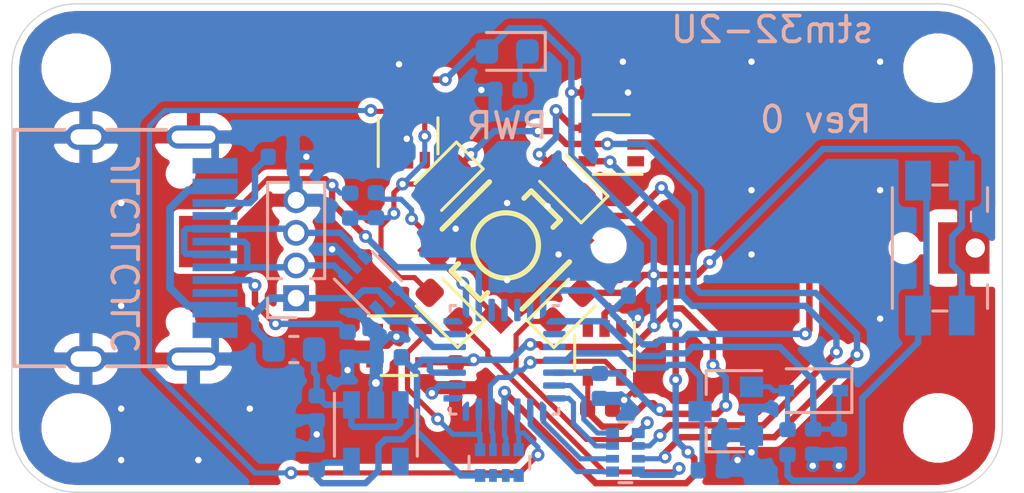
<source format=kicad_pcb>
(kicad_pcb (version 20171130) (host pcbnew 5.1.6-c6e7f7d~86~ubuntu20.04.1)
  (title_block (title stm32_dev) (rev 0.1) (company "Roman and Josh"))
  (layers (0 Top signal) (31 Bottom signal) (34 B.Paste user) (35 F.Paste user) (36 B.SilkS user) (37 F.SilkS user) (38 B.Mask user) (39 F.Mask user) (44 Edge.Cuts user))
  (net 0 "")
  (net 1 VBUS)
  (net 2 GND)
  (net 3 /nRST)
  (net 4 +3V3)
  (net 5 "Net-(D2-Pad1)")
  (net 6 "Net-(D3-Pad1)")
  (net 7 "Net-(D4-Pad1)")
  (net 8 "Net-(D5-Pad1)")
  (net 9 "Net-(D6-Pad1)")
  (net 10 /USB+)
  (net 11 "Net-(J1-PadA5)")
  (net 12 /USB-)
  (net 13 "Net-(J1-PadB5)")
  (net 14 /nLED_BLU)
  (net 15 /nLED_RED)
  (net 16 /nLED_GRN)
  (net 17 /nLED_WHT)
  (net 18 /TB_DOWN)
  (net 19 /TB_UP)
  (net 20 /TB_RIGHT)
  (net 21 /TB_LEFT)
  (net 22 /nTB_BUTTON)
  (net 23 /BOOT0)
  (net 24 /USB_N)
  (net 25 /USB_P)
  (net 26 "Net-(D7-Pad2)")
  (net 27 "Net-(R13-Pad2)")
  (net 28 /BTN_R)
  (net 29 /BTN_L)
  (net 30 +5V)
  (module josh-logos:OSHW_Logo_3.6x3.6_F.Mask (layer Bottom) (at 168 109 180)
    (fp_text reference LOGO1 hide)
    (fp_text value "OSHW Mask" hide)
  )
  (module josh-logos:board-title (layer Bottom) (at 174.3 101.5 180)
    (fp_text reference LOGO2)
    (fp_text value "Board Details")
    (fp_text user "Rev 0" (at -5.7 -3.25) (layer B.SilkS) (effects (justify mirror)))
    (fp_text user stm32-2U (at -4 0.25) (layer B.SilkS) (effects (justify mirror)))
  )
  (module Package_DFN_QFN:QFN-28_4x4mm_P0.5mm (layer Bottom) (at 167.9 114.1 180)
    (fp_text reference U3 hide)
    (fp_text value STM32F042G6Ux)
    (pad 28 smd custom (at -1.5 1.9975 180) (size 0.136863 0.136863) (layers Bottom B.Paste B.Mask) (net 28 /BTN_R) (options (clearance outline) (anchor circle)) (primitives (gr_poly (pts (xy -0.08 0.3325) (xy 0.08 0.3325) (xy 0.08 -0.3325) (xy 0.05364 -0.3325) (xy -0.08 -0.19886)) (width 0.09))))
    (pad 27 smd roundrect (at -1 1.9375 180) (size 0.25 0.875) (layers Bottom B.Paste B.Mask))
    (pad 26 smd roundrect (at -0.5 1.9375 180) (size 0.25 0.875) (layers Bottom B.Paste B.Mask))
    (pad 25 smd roundrect (at 0 1.9375 180) (size 0.25 0.875) (layers Bottom B.Paste B.Mask))
    (pad 24 smd roundrect (at 0.5 1.9375 180) (size 0.25 0.875) (layers Bottom B.Paste B.Mask))
    (pad 23 smd roundrect (at 1 1.9375 180) (size 0.25 0.875) (layers Bottom B.Paste B.Mask) (net 29 /BTN_L))
    (pad 22 smd custom (at 1.5 1.9975 180) (size 0.136863 0.136863) (layers Bottom B.Paste B.Mask) (net 22 /nTB_BUTTON) (options (clearance outline) (anchor circle)) (primitives (gr_poly (pts (xy -0.08 0.3325) (xy 0.08 0.3325) (xy 0.08 -0.19886) (xy -0.05364 -0.3325) (xy -0.08 -0.3325)) (width 0.09))))
    (pad 21 smd custom (at 1.9975 1.5 180) (size 0.136863 0.136863) (layers Bottom B.Paste B.Mask) (options (clearance outline) (anchor circle)) (primitives (gr_poly (pts (xy -0.3325 -0.05364) (xy -0.19886 0.08) (xy 0.3325 0.08) (xy 0.3325 -0.08) (xy -0.3325 -0.08)) (width 0.09))))
    (pad 20 smd roundrect (at 1.9375 1 180) (size 0.875 0.25) (layers Bottom B.Paste B.Mask) (net 25 /USB_P))
    (pad 19 smd roundrect (at 1.9375 0.5 180) (size 0.875 0.25) (layers Bottom B.Paste B.Mask) (net 24 /USB_N))
    (pad 18 smd roundrect (at 1.9375 0 180) (size 0.875 0.25) (layers Bottom B.Paste B.Mask) (net 4 +3V3))
    (pad 17 smd roundrect (at 1.9375 -0.5 180) (size 0.875 0.25) (layers Bottom B.Paste B.Mask) (net 4 +3V3))
    (pad 16 smd roundrect (at 1.9375 -1 180) (size 0.875 0.25) (layers Bottom B.Paste B.Mask) (net 2 GND))
    (pad 15 smd custom (at 1.9975 -1.5 180) (size 0.136863 0.136863) (layers Bottom B.Paste B.Mask) (options (clearance outline) (anchor circle)) (primitives (gr_poly (pts (xy -0.3325 0.08) (xy 0.3325 0.08) (xy 0.3325 -0.08) (xy -0.19886 -0.08) (xy -0.3325 0.05364)) (width 0.09))))
    (pad 14 smd custom (at 1.5 -1.9975 180) (size 0.136863 0.136863) (layers Bottom B.Paste B.Mask) (options (clearance outline) (anchor circle)) (primitives (gr_poly (pts (xy -0.08 0.3325) (xy -0.05364 0.3325) (xy 0.08 0.19886) (xy 0.08 -0.3325) (xy -0.08 -0.3325)) (width 0.09))))
    (pad 13 smd roundrect (at 1 -1.9375 180) (size 0.25 0.875) (layers Bottom B.Paste B.Mask) (net 18 /TB_DOWN))
    (pad 12 smd roundrect (at 0.5 -1.9375 180) (size 0.25 0.875) (layers Bottom B.Paste B.Mask) (net 20 /TB_RIGHT))
    (pad 11 smd roundrect (at 0 -1.9375 180) (size 0.25 0.875) (layers Bottom B.Paste B.Mask) (net 19 /TB_UP))
    (pad 10 smd roundrect (at -0.5 -1.9375 180) (size 0.25 0.875) (layers Bottom B.Paste B.Mask) (net 21 /TB_LEFT))
    (pad 9 smd roundrect (at -1 -1.9375 180) (size 0.25 0.875) (layers Bottom B.Paste B.Mask) (net 17 /nLED_WHT))
    (pad 8 smd custom (at -1.5 -1.9975 180) (size 0.136863 0.136863) (layers Bottom B.Paste B.Mask) (net 16 /nLED_GRN) (options (clearance outline) (anchor circle)) (primitives (gr_poly (pts (xy -0.08 0.19886) (xy 0.05364 0.3325) (xy 0.08 0.3325) (xy 0.08 -0.3325) (xy -0.08 -0.3325)) (width 0.09))))
    (pad 7 smd custom (at -1.9975 -1.5 180) (size 0.136863 0.136863) (layers Bottom B.Paste B.Mask) (net 15 /nLED_RED) (options (clearance outline) (anchor circle)) (primitives (gr_poly (pts (xy -0.3325 0.08) (xy 0.3325 0.08) (xy 0.3325 0.05364) (xy 0.19886 -0.08) (xy -0.3325 -0.08)) (width 0.09))))
    (pad 6 smd roundrect (at -1.9375 -1 180) (size 0.875 0.25) (layers Bottom B.Paste B.Mask) (net 14 /nLED_BLU))
    (pad 5 smd roundrect (at -1.9375 -0.5 180) (size 0.875 0.25) (layers Bottom B.Paste B.Mask) (net 4 +3V3))
    (pad 4 smd roundrect (at -1.9375 0 180) (size 0.875 0.25) (layers Bottom B.Paste B.Mask) (net 3 /nRST))
    (pad 3 smd roundrect (at -1.9375 0.5 180) (size 0.875 0.25) (layers Bottom B.Paste B.Mask))
    (pad 2 smd roundrect (at -1.9375 1 180) (size 0.875 0.25) (layers Bottom B.Paste B.Mask))
    (pad 1 smd custom (at -1.9975 1.5 180) (size 0.136863 0.136863) (layers Bottom B.Paste B.Mask) (net 23 /BOOT0) (options (clearance outline) (anchor circle)) (primitives (gr_poly (pts (xy -0.3325 0.08) (xy 0.19886 0.08) (xy 0.3325 -0.05364) (xy 0.3325 -0.08) (xy -0.3325 -0.08)) (width 0.09))))
  )
  (module Diode_SMD:D_SOD-323 (layer Bottom) (at 179.9 115.3 180)
    (fp_text reference D7 hide)
    (fp_text value 1N4148)
    (pad 2 smd rect (at 1.05 0 180) (size 0.6 0.45) (layers Bottom B.Paste B.Mask) (net 26 "Net-(D7-Pad2)"))
    (pad 1 smd rect (at -1.05 0 180) (size 0.6 0.45) (layers Bottom B.Paste B.Mask) (net 23 /BOOT0))
  )
  (module Package_TO_SOT_SMD:SOT-666 (layer Bottom) (at 162.7 111.1 315)
    (fp_text reference U2 hide)
    (fp_text value USBLC6-2SC6)
    (pad 6 smd rect (at 0.85 0.5375 315) (size 0.5 0.375) (layers Bottom B.Paste B.Mask) (net 24 /USB_N))
    (pad 4 smd rect (at 0.85 -0.5375 315) (size 0.5 0.375) (layers Bottom B.Paste B.Mask) (net 25 /USB_P))
    (pad 2 smd rect (at -0.925 0 315) (size 0.65 0.3) (layers Bottom B.Paste B.Mask) (net 2 GND))
    (pad 5 smd rect (at 0.925 0 315) (size 0.65 0.3) (layers Bottom B.Paste B.Mask) (net 1 VBUS))
    (pad 3 smd rect (at -0.85 -0.5375 315) (size 0.5 0.375) (layers Bottom B.Paste B.Mask) (net 10 /USB+))
    (pad 1 smd rect (at -0.85 0.5375 315) (size 0.5 0.375) (layers Bottom B.Paste B.Mask) (net 12 /USB-))
  )
  (module josh-buttons-switches:Switch_SMT_SKPMAPE010 (layer Top) (at 150.25 109.5)
    (fp_text reference SW4 hide)
    (fp_text value BIG)
    (pad 2 smd rect (at 6 0) (size 2 2) (layers Top F.Paste F.Mask) (net 29 /BTN_L))
    (pad 1 smd rect (at 0 0) (size 2 2) (layers Top F.Paste F.Mask) (net 2 GND))
  )
  (module josh-buttons-switches:Switch_SMT_SKPMAPE010 (layer Top) (at 185.75 109.75 180)
    (fp_text reference SW2 hide)
    (fp_text value BIG)
    (pad 2 smd rect (at 6 0 180) (size 2 2) (layers Top F.Paste F.Mask) (net 28 /BTN_R))
    (pad 1 smd rect (at 0 0 180) (size 2 2) (layers Top F.Paste F.Mask) (net 2 GND))
  )
  (module Resistor_SMD:R_0402_1005Metric (layer Bottom) (at 173.2 111.6 180)
    (fp_text reference R4 hide)
    (fp_text value 10K)
    (pad 2 smd roundrect (at 0.485 0 180) (size 0.59 0.64) (layers Bottom B.Paste B.Mask) (net 28 /BTN_R))
    (pad 1 smd roundrect (at -0.485 0 180) (size 0.59 0.64) (layers Bottom B.Paste B.Mask) (net 4 +3V3))
  )
  (module Connector_PinHeader_1.27mm:PinHeader_1x04_P1.27mm_Vertical (layer Bottom) (at 159.8 111.7)
    (fp_text reference J2 hide)
    (fp_text value USB)
    (pad 4 thru_hole oval (at 0 -3.81) (size 1 1) (drill 0.65) (layers *.Cu *.Mask) (net 2 GND))
    (pad 3 thru_hole oval (at 0 -2.54) (size 1 1) (drill 0.65) (layers *.Cu *.Mask) (net 10 /USB+))
    (pad 2 thru_hole oval (at 0 -1.27) (size 1 1) (drill 0.65) (layers *.Cu *.Mask) (net 12 /USB-))
    (pad 1 thru_hole rect (at 0 0) (size 1 1) (drill 0.65) (layers *.Cu *.Mask) (net 1 VBUS))
  )
  (module MountingHole:MountingHole_2.2mm_M2 (layer Top) (at 151.25 102.75)
    (fp_text reference H7 hide)
    (fp_text value M2)
    (pad 1 np_thru_hole circle (at 0 0) (size 2.2 2.2) (drill 2.2) (layers *.Cu *.Mask))
  )
  (module josh-buttons-switches:Panasonic_EVQPUL_EVQPUC (layer Bottom) (at 184.825 109.75 90)
    (fp_text reference SW1 hide)
    (fp_text value SW_Push)
    (pad "" np_thru_hole circle (at 0 1.375 270) (size 0.75 0.75) (drill 0.75) (layers *.Cu *.Mask))
    (pad "" np_thru_hole circle (at 0 -1.375 270) (size 0.75 0.75) (drill 0.75) (layers *.Cu *.Mask))
    (pad 1 smd rect (at 2.625 0.85 270) (size 1.55 1) (layers Bottom B.Paste B.Mask) (net 4 +3V3))
    (pad 1 smd rect (at -2.625 0.85 270) (size 1.55 1) (layers Bottom B.Paste B.Mask) (net 4 +3V3))
    (pad 2 smd rect (at -2.625 -0.85 270) (size 1.55 1) (layers Bottom B.Paste B.Mask) (net 27 "Net-(R13-Pad2)"))
    (pad 2 smd rect (at 2.625 -0.85 270) (size 1.55 1) (layers Bottom B.Paste B.Mask) (net 27 "Net-(R13-Pad2)"))
  )
  (module Resistor_SMD:R_Array_Convex_4x0402 (layer Bottom) (at 172.6 117.7)
    (fp_text reference RN2 hide)
    (fp_text value 2K2)
    (pad 5 smd rect (at 0.5 -0.75) (size 0.5 0.4) (layers Bottom B.Paste B.Mask) (net 6 "Net-(D3-Pad1)"))
    (pad 6 smd rect (at 0.5 -0.25) (size 0.5 0.3) (layers Bottom B.Paste B.Mask) (net 7 "Net-(D4-Pad1)"))
    (pad 8 smd rect (at 0.5 0.75) (size 0.5 0.4) (layers Bottom B.Paste B.Mask) (net 9 "Net-(D6-Pad1)"))
    (pad 7 smd rect (at 0.5 0.25) (size 0.5 0.3) (layers Bottom B.Paste B.Mask) (net 8 "Net-(D5-Pad1)"))
    (pad 4 smd rect (at -0.5 -0.75) (size 0.5 0.4) (layers Bottom B.Paste B.Mask) (net 14 /nLED_BLU))
    (pad 2 smd rect (at -0.5 0.25) (size 0.5 0.3) (layers Bottom B.Paste B.Mask) (net 16 /nLED_GRN))
    (pad 3 smd rect (at -0.5 -0.25) (size 0.5 0.3) (layers Bottom B.Paste B.Mask) (net 15 /nLED_RED))
    (pad 1 smd rect (at -0.5 0.75) (size 0.5 0.4) (layers Bottom B.Paste B.Mask) (net 17 /nLED_WHT))
  )
  (module Resistor_SMD:R_Array_Convex_4x0402 (layer Bottom) (at 167.7 118.1 270)
    (fp_text reference RN1 hide)
    (fp_text value 10K)
    (pad 5 smd rect (at 0.5 -0.75 270) (size 0.5 0.4) (layers Bottom B.Paste B.Mask) (net 4 +3V3))
    (pad 6 smd rect (at 0.5 -0.25 270) (size 0.5 0.3) (layers Bottom B.Paste B.Mask) (net 4 +3V3))
    (pad 8 smd rect (at 0.5 0.75 270) (size 0.5 0.4) (layers Bottom B.Paste B.Mask) (net 4 +3V3))
    (pad 7 smd rect (at 0.5 0.25 270) (size 0.5 0.3) (layers Bottom B.Paste B.Mask) (net 4 +3V3))
    (pad 4 smd rect (at -0.5 -0.75 270) (size 0.5 0.4) (layers Bottom B.Paste B.Mask) (net 21 /TB_LEFT))
    (pad 2 smd rect (at -0.5 0.25 270) (size 0.5 0.3) (layers Bottom B.Paste B.Mask) (net 20 /TB_RIGHT))
    (pad 3 smd rect (at -0.5 -0.25 270) (size 0.5 0.3) (layers Bottom B.Paste B.Mask) (net 19 /TB_UP))
    (pad 1 smd rect (at -0.5 0.75 270) (size 0.5 0.4) (layers Bottom B.Paste B.Mask) (net 18 /TB_DOWN))
  )
  (module Resistor_SMD:R_0402_1005Metric (layer Bottom) (at 180.9 117.285 270)
    (fp_text reference R14 hide)
    (fp_text value 100K)
    (pad 2 smd roundrect (at 0.485 0 270) (size 0.59 0.64) (layers Bottom B.Paste B.Mask) (net 2 GND))
    (pad 1 smd roundrect (at -0.485 0 270) (size 0.59 0.64) (layers Bottom B.Paste B.Mask) (net 23 /BOOT0))
  )
  (module Resistor_SMD:R_0402_1005Metric (layer Bottom) (at 178.9 117.3 270)
    (fp_text reference R13 hide)
    (fp_text value 2K2)
    (pad 2 smd roundrect (at 0.485 0 270) (size 0.59 0.64) (layers Bottom B.Paste B.Mask) (net 27 "Net-(R13-Pad2)"))
    (pad 1 smd roundrect (at -0.485 0 270) (size 0.59 0.64) (layers Bottom B.Paste B.Mask) (net 26 "Net-(D7-Pad2)"))
  )
  (module Resistor_SMD:R_0402_1005Metric (layer Bottom) (at 161.9 108.1 90)
    (fp_text reference R12 hide)
    (fp_text value 10K)
    (pad 2 smd roundrect (at 0.485 0 90) (size 0.59 0.64) (layers Bottom B.Paste B.Mask) (net 29 /BTN_L))
    (pad 1 smd roundrect (at -0.485 0 90) (size 0.59 0.64) (layers Bottom B.Paste B.Mask) (net 4 +3V3))
  )
  (module Resistor_SMD:R_0402_1005Metric (layer Bottom) (at 162.9 108.085 90)
    (fp_text reference R11 hide)
    (fp_text value 10K)
    (pad 2 smd roundrect (at 0.485 0 90) (size 0.59 0.64) (layers Bottom B.Paste B.Mask) (net 22 /nTB_BUTTON))
    (pad 1 smd roundrect (at -0.485 0 90) (size 0.59 0.64) (layers Bottom B.Paste B.Mask) (net 4 +3V3))
  )
  (module Resistor_SMD:R_0402_1005Metric (layer Bottom) (at 159.2 106.2 180)
    (fp_text reference R3 hide)
    (fp_text value 5K1)
    (pad 2 smd roundrect (at 0.485 0 180) (size 0.59 0.64) (layers Bottom B.Paste B.Mask) (net 13 "Net-(J1-PadB5)"))
    (pad 1 smd roundrect (at -0.485 0 180) (size 0.59 0.64) (layers Bottom B.Paste B.Mask) (net 2 GND))
  )
  (module Resistor_SMD:R_0402_1005Metric (layer Bottom) (at 168.015 103.6 180)
    (fp_text reference R2 hide)
    (fp_text value 2K2)
    (pad 2 smd roundrect (at 0.485 0 180) (size 0.59 0.64) (layers Bottom B.Paste B.Mask) (net 2 GND))
    (pad 1 smd roundrect (at -0.485 0 180) (size 0.59 0.64) (layers Bottom B.Paste B.Mask) (net 5 "Net-(D2-Pad1)"))
  )
  (module Resistor_SMD:R_0402_1005Metric (layer Bottom) (at 161.8 113.5 90)
    (fp_text reference R1 hide)
    (fp_text value 5K1)
    (pad 2 smd roundrect (at 0.485 0 90) (size 0.59 0.64) (layers Bottom B.Paste B.Mask) (net 11 "Net-(J1-PadA5)"))
    (pad 1 smd roundrect (at -0.485 0 90) (size 0.59 0.64) (layers Bottom B.Paste B.Mask) (net 2 GND))
  )
  (module Package_TO_SOT_SMD:SOT-23 (layer Bottom) (at 176.5 116.1 180)
    (fp_text reference Q3 hide)
    (fp_text value DTC123J)
    (pad 3 smd rect (at 1 0 180) (size 0.9 0.8) (layers Bottom B.Paste B.Mask) (net 3 /nRST))
    (pad 2 smd rect (at -1 -0.95 180) (size 0.9 0.8) (layers Bottom B.Paste B.Mask) (net 2 GND))
    (pad 1 smd rect (at -1 0.95 180) (size 0.9 0.8) (layers Bottom B.Paste B.Mask) (net 26 "Net-(D7-Pad2)"))
  )
  (module Capacitor_SMD:C_0402_1005Metric (layer Bottom) (at 175.915 118.4)
    (fp_text reference C12 hide)
    (fp_text value 4u7)
    (pad 2 smd roundrect (at 0.485 0) (size 0.59 0.64) (layers Bottom B.Paste B.Mask) (net 2 GND))
    (pad 1 smd roundrect (at -0.485 0) (size 0.59 0.64) (layers Bottom B.Paste B.Mask) (net 3 /nRST))
  )
  (module Capacitor_SMD:C_0402_1005Metric (layer Bottom) (at 179.9 117.285 270)
    (fp_text reference C11 hide)
    (fp_text value 10u)
    (pad 2 smd roundrect (at 0.485 0 270) (size 0.59 0.64) (layers Bottom B.Paste B.Mask) (net 2 GND))
    (pad 1 smd roundrect (at -0.485 0 270) (size 0.59 0.64) (layers Bottom B.Paste B.Mask) (net 23 /BOOT0))
  )
  (module Capacitor_SMD:C_0402_1005Metric (layer Top) (at 171.6 103.7)
    (fp_text reference C10 hide)
    (fp_text value 100n)
    (pad 2 smd roundrect (at 0.485 0) (size 0.59 0.64) (layers Top F.Paste F.Mask) (net 2 GND))
    (pad 1 smd roundrect (at -0.485 0) (size 0.59 0.64) (layers Top F.Paste F.Mask) (net 4 +3V3))
  )
  (module Capacitor_SMD:C_0402_1005Metric (layer Top) (at 166 114.7 270)
    (fp_text reference C9 hide)
    (fp_text value 100n)
    (pad 2 smd roundrect (at 0.485 0 270) (size 0.59 0.64) (layers Top F.Paste F.Mask) (net 2 GND))
    (pad 1 smd roundrect (at -0.485 0 270) (size 0.59 0.64) (layers Top F.Paste F.Mask) (net 4 +3V3))
  )
  (module Capacitor_SMD:C_0402_1005Metric (layer Top) (at 164.3 103.2 180)
    (fp_text reference C8 hide)
    (fp_text value 100n)
    (pad 2 smd roundrect (at 0.485 0 180) (size 0.59 0.64) (layers Top F.Paste F.Mask) (net 2 GND))
    (pad 1 smd roundrect (at -0.485 0 180) (size 0.59 0.64) (layers Top F.Paste F.Mask) (net 4 +3V3))
  )
  (module Capacitor_SMD:C_0402_1005Metric (layer Top) (at 171.615 116)
    (fp_text reference C7 hide)
    (fp_text value 100n)
    (pad 2 smd roundrect (at 0.485 0) (size 0.59 0.64) (layers Top F.Paste F.Mask) (net 2 GND))
    (pad 1 smd roundrect (at -0.485 0) (size 0.59 0.64) (layers Top F.Paste F.Mask) (net 4 +3V3))
  )
  (module Capacitor_SMD:C_0402_1005Metric (layer Bottom) (at 171.6 115.115 90)
    (fp_text reference C6 hide)
    (fp_text value 100n)
    (pad 2 smd roundrect (at 0.485 0 90) (size 0.59 0.64) (layers Bottom B.Paste B.Mask) (net 4 +3V3))
    (pad 1 smd roundrect (at -0.485 0 90) (size 0.59 0.64) (layers Bottom B.Paste B.Mask) (net 2 GND))
  )
  (module Capacitor_SMD:C_0402_1005Metric (layer Bottom) (at 163.4 114)
    (fp_text reference C5 hide)
    (fp_text value 100n)
    (pad 2 smd roundrect (at 0.485 0) (size 0.59 0.64) (layers Bottom B.Paste B.Mask) (net 4 +3V3))
    (pad 1 smd roundrect (at -0.485 0) (size 0.59 0.64) (layers Bottom B.Paste B.Mask) (net 2 GND))
  )
  (module Capacitor_SMD:C_0402_1005Metric (layer Bottom) (at 160.6 117.9 270)
    (fp_text reference C3 hide)
    (fp_text value 1u)
    (pad 2 smd roundrect (at 0.485 0 270) (size 0.59 0.64) (layers Bottom B.Paste B.Mask) (net 4 +3V3))
    (pad 1 smd roundrect (at -0.485 0 270) (size 0.59 0.64) (layers Bottom B.Paste B.Mask) (net 2 GND))
  )
  (module Capacitor_SMD:C_0402_1005Metric (layer Bottom) (at 160.6 115.985 90)
    (fp_text reference C1 hide)
    (fp_text value 1u)
    (pad 2 smd roundrect (at 0.485 0 90) (size 0.59 0.64) (layers Bottom B.Paste B.Mask) (net 30 +5V))
    (pad 1 smd roundrect (at -0.485 0 90) (size 0.59 0.64) (layers Bottom B.Paste B.Mask) (net 2 GND))
  )
  (module MountingHole:MountingHole_2.2mm_M2 (layer Top) (at 151.25 116.75)
    (fp_text reference H6 hide)
    (fp_text value M2)
    (pad 1 np_thru_hole circle (at 0 0) (size 2.2 2.2) (drill 2.2) (layers *.Cu *.Mask))
  )
  (module MountingHole:MountingHole_2.2mm_M2 (layer Top) (at 184.75 102.75)
    (fp_text reference H5 hide)
    (fp_text value M2)
    (pad 1 np_thru_hole circle (at 0 0) (size 2.2 2.2) (drill 2.2) (layers *.Cu *.Mask))
  )
  (module MountingHole:MountingHole_2.2mm_M2 (layer Top) (at 184.75 116.75)
    (fp_text reference H4 hide)
    (fp_text value M2)
    (pad 1 np_thru_hole circle (at 0 0) (size 2.2 2.2) (drill 2.2) (layers *.Cu *.Mask))
  )
  (module josh-keyboard:Trackball_Tactile_Switch (layer Top) (at 167.95 109.65 45)
    (fp_text reference SW3 hide)
    (fp_text value SW_Push hide)
    (pad 2 smd rect (at -2.225 -1.75 135) (size 1.1 0.7) (layers Top F.Paste F.Mask) (net 22 /nTB_BUTTON))
    (pad 2 smd rect (at -2.225 1.75 135) (size 1.1 0.7) (layers Top F.Paste F.Mask) (net 22 /nTB_BUTTON))
    (pad 1 smd rect (at 2.225 1.75 135) (size 1.1 0.7) (layers Top F.Paste F.Mask) (net 2 GND))
    (pad 1 smd rect (at 2.225 -1.75 135) (size 1.1 0.7) (layers Top F.Paste F.Mask) (net 2 GND))
  )
  (module Package_TO_SOT_SMD:SOT-353_SC-70-5 (layer Top) (at 163.803347 113.549069)
    (fp_text reference U7 hide)
    (fp_text value AN48840B hide)
    (pad 5 smd rect (at 0.95 -0.65) (size 0.65 0.4) (layers Top F.Paste F.Mask) (net 18 /TB_DOWN))
    (pad 4 smd rect (at 0.95 0.65) (size 0.65 0.4) (layers Top F.Paste F.Mask) (net 4 +3V3))
    (pad 2 smd rect (at -0.95 0) (size 0.65 0.4) (layers Top F.Paste F.Mask) (net 2 GND))
    (pad 3 smd rect (at -0.95 0.65) (size 0.65 0.4) (layers Top F.Paste F.Mask))
    (pad 1 smd rect (at -0.95 -0.65) (size 0.65 0.4) (layers Top F.Paste F.Mask))
  )
  (module Package_TO_SOT_SMD:SOT-353_SC-70-5 (layer Top) (at 172.04895 105.723585 180)
    (fp_text reference U6 hide)
    (fp_text value AN48840B hide)
    (pad 5 smd rect (at 0.95 -0.65 180) (size 0.65 0.4) (layers Top F.Paste F.Mask) (net 19 /TB_UP))
    (pad 4 smd rect (at 0.95 0.65 180) (size 0.65 0.4) (layers Top F.Paste F.Mask) (net 4 +3V3))
    (pad 2 smd rect (at -0.95 0 180) (size 0.65 0.4) (layers Top F.Paste F.Mask) (net 2 GND))
    (pad 3 smd rect (at -0.95 0.65 180) (size 0.65 0.4) (layers Top F.Paste F.Mask))
    (pad 1 smd rect (at -0.95 -0.65 180) (size 0.65 0.4) (layers Top F.Paste F.Mask))
  )
  (module Package_TO_SOT_SMD:SOT-353_SC-70-5 (layer Top) (at 171.7886 113.832282 270)
    (fp_text reference U5 hide)
    (fp_text value AN48840B hide)
    (pad 5 smd rect (at 0.95 -0.65 270) (size 0.65 0.4) (layers Top F.Paste F.Mask) (net 20 /TB_RIGHT))
    (pad 4 smd rect (at 0.95 0.65 270) (size 0.65 0.4) (layers Top F.Paste F.Mask) (net 4 +3V3))
    (pad 2 smd rect (at -0.95 0 270) (size 0.65 0.4) (layers Top F.Paste F.Mask) (net 2 GND))
    (pad 3 smd rect (at -0.95 0.65 270) (size 0.65 0.4) (layers Top F.Paste F.Mask))
    (pad 1 smd rect (at -0.95 -0.65 270) (size 0.65 0.4) (layers Top F.Paste F.Mask))
  )
  (module Package_TO_SOT_SMD:SOT-353_SC-70-5 (layer Top) (at 164.152091 105.383479 90)
    (fp_text reference U4 hide)
    (fp_text value AN48840B)
    (pad 5 smd rect (at 0.95 -0.65 90) (size 0.65 0.4) (layers Top F.Paste F.Mask) (net 21 /TB_LEFT))
    (pad 4 smd rect (at 0.95 0.65 90) (size 0.65 0.4) (layers Top F.Paste F.Mask) (net 4 +3V3))
    (pad 2 smd rect (at -0.95 0 90) (size 0.65 0.4) (layers Top F.Paste F.Mask) (net 2 GND))
    (pad 3 smd rect (at -0.95 0.65 90) (size 0.65 0.4) (layers Top F.Paste F.Mask))
    (pad 1 smd rect (at -0.95 -0.65 90) (size 0.65 0.4) (layers Top F.Paste F.Mask))
  )
  (module Package_TO_SOT_SMD:SOT-23-5 (layer Bottom) (at 162.9 116.95 270)
    (fp_text reference U1 hide)
    (fp_text value AP2112K-3.3)
    (pad 5 smd rect (at 1.1 0.95 270) (size 1.06 0.65) (layers Bottom B.Paste B.Mask) (net 4 +3V3))
    (pad 4 smd rect (at 1.1 -0.95 270) (size 1.06 0.65) (layers Bottom B.Paste B.Mask))
    (pad 3 smd rect (at -1.1 -0.95 270) (size 1.06 0.65) (layers Bottom B.Paste B.Mask) (net 30 +5V))
    (pad 2 smd rect (at -1.1 0 270) (size 1.06 0.65) (layers Bottom B.Paste B.Mask) (net 2 GND))
    (pad 1 smd rect (at -1.1 0.95 270) (size 1.06 0.65) (layers Bottom B.Paste B.Mask) (net 30 +5V))
  )
  (module josh-keyboard:TRACKBALL (layer Top) (at 167.95 109.65)
    (fp_text reference T1 hide)
    (fp_text value Trackball hide)
    (pad "" np_thru_hole circle (at 4 0) (size 0.9 0.9) (drill 0.9) (layers *.Cu *.Mask))
    (pad "" np_thru_hole circle (at -4 0) (size 0.9 0.9) (drill 0.9) (layers *.Cu *.Mask))
  )
  (module josh-connectors:USB_C_U262-161N-4BVC11 (layer Bottom) (at 153.5 109.75 90)
    (fp_text reference J1 hide)
    (fp_text value USB_C_Receptacle_USB2.0)
    (pad A12 smd rect (at 3.35 3.15 90) (size 0.3 1.75) (layers Bottom B.Paste B.Mask) (net 2 GND) (clearance 0.01))
    (pad B1 smd rect (at 3.05 3.15 90) (size 0.3 1.75) (layers Bottom B.Paste B.Mask) (net 2 GND) (clearance 0.01))
    (pad B4 smd rect (at 2.25 3.15 90) (size 0.3 1.75) (layers Bottom B.Paste B.Mask) (net 1 VBUS) (clearance 0.01))
    (pad A9 smd rect (at 2.55 3.15 90) (size 0.3 1.75) (layers Bottom B.Paste B.Mask) (net 1 VBUS) (clearance 0.01))
    (pad B9 smd rect (at -2.25 3.15 90) (size 0.3 1.75) (layers Bottom B.Paste B.Mask) (net 1 VBUS) (clearance 0.01))
    (pad A4 smd rect (at -2.55 3.15 90) (size 0.3 1.75) (layers Bottom B.Paste B.Mask) (net 1 VBUS) (clearance 0.01))
    (pad B12 smd rect (at -3.05 3.15 90) (size 0.3 1.75) (layers Bottom B.Paste B.Mask) (net 2 GND) (clearance 0.01))
    (pad A1 smd rect (at -3.35 3.15 90) (size 0.3 1.75) (layers Bottom B.Paste B.Mask) (net 2 GND) (clearance 0.01))
    (pad A6 smd rect (at -0.25 3.15 90) (size 0.3 1.75) (layers Bottom B.Paste B.Mask) (net 10 /USB+))
    (pad A5 smd rect (at -1.25 3.15 90) (size 0.3 1.75) (layers Bottom B.Paste B.Mask) (net 11 "Net-(J1-PadA5)"))
    (pad B8 smd rect (at -1.75 3.15 90) (size 0.3 1.75) (layers Bottom B.Paste B.Mask))
    (pad B7 smd rect (at -0.75 3.15 90) (size 0.3 1.75) (layers Bottom B.Paste B.Mask) (net 12 /USB-))
    (pad B5 smd rect (at 1.75 3.15 90) (size 0.3 1.75) (layers Bottom B.Paste B.Mask) (net 13 "Net-(J1-PadB5)"))
    (pad A8 smd rect (at 1.25 3.15 90) (size 0.3 1.75) (layers Bottom B.Paste B.Mask))
    (pad B6 smd rect (at 0.75 3.15 90) (size 0.3 1.75) (layers Bottom B.Paste B.Mask) (net 10 /USB+))
    (pad A7 smd rect (at 0.25 3.15 90) (size 0.3 1.75) (layers Bottom B.Paste B.Mask) (net 12 /USB-))
    (pad "" np_thru_hole circle (at 2.89 1.81 90) (size 0.65 0.65) (drill 0.65) (layers *.Cu *.Mask) (clearance 0.01))
    (pad "" np_thru_hole circle (at -2.89 1.81 90) (size 0.65 0.65) (drill 0.65) (layers *.Cu *.Mask) (clearance 0.01))
    (pad S1 thru_hole oval (at 4.32 2.31 90) (size 0.9 2.1) (drill oval 0.5 1.7) (layers *.Cu *.Mask B.Paste) (net 2 GND))
    (pad S1 thru_hole oval (at -4.32 2.31 90) (size 0.9 2.1) (drill oval 0.5 1.7) (layers *.Cu *.Mask B.Paste) (net 2 GND))
    (pad S1 thru_hole oval (at 4.32 -1.87 90) (size 1 1.6) (drill oval 0.6 1.2) (layers *.Cu *.Mask B.Paste) (net 2 GND))
    (pad S1 thru_hole oval (at -4.32 -1.87 90) (size 1 1.6) (drill oval 0.6 1.2) (layers *.Cu *.Mask B.Paste) (net 2 GND))
  )
  (module josh-passives-smt:Fuse_0603_1608Metric (layer Bottom) (at 159.7125 113.7 180)
    (fp_text reference F1 hide)
    (fp_text value 500mA)
    (pad 2 smd roundrect (at 0.7875 0 180) (size 0.875 0.95) (layers Bottom B.Paste B.Mask) (net 1 VBUS))
    (pad 1 smd roundrect (at -0.7875 0 180) (size 0.875 0.95) (layers Bottom B.Paste B.Mask) (net 30 +5V))
  )
  (module LED_SMD:LED_0603_1608Metric (layer Top) (at 165.55 112.05 135)
    (fp_text reference D6 hide)
    (fp_text value LED)
    (pad 2 smd roundrect (at 0.7875 0 135) (size 0.875 0.95) (layers Top F.Paste F.Mask) (net 4 +3V3))
    (pad 1 smd roundrect (at -0.7875 0 135) (size 0.875 0.95) (layers Top F.Paste F.Mask) (net 9 "Net-(D6-Pad1)"))
  )
  (module LED_SMD:LED_0603_1608Metric (layer Top) (at 165.5 107.2 225)
    (fp_text reference D5 hide)
    (fp_text value LED)
    (pad 2 smd roundrect (at 0.7875 0 225) (size 0.875 0.95) (layers Top F.Paste F.Mask) (net 4 +3V3))
    (pad 1 smd roundrect (at -0.7875 0 225) (size 0.875 0.95) (layers Top F.Paste F.Mask) (net 8 "Net-(D5-Pad1)"))
  )
  (module LED_SMD:LED_0603_1608Metric (layer Top) (at 170.35 107.2 135)
    (fp_text reference D4 hide)
    (fp_text value LED)
    (pad 2 smd roundrect (at 0.7875 0 135) (size 0.875 0.95) (layers Top F.Paste F.Mask) (net 4 +3V3))
    (pad 1 smd roundrect (at -0.7875 0 135) (size 0.875 0.95) (layers Top F.Paste F.Mask) (net 7 "Net-(D4-Pad1)"))
  )
  (module LED_SMD:LED_0603_1608Metric (layer Top) (at 170.35 112.05 45)
    (fp_text reference D3 hide)
    (fp_text value LED)
    (pad 2 smd roundrect (at 0.7875 0 45) (size 0.875 0.95) (layers Top F.Paste F.Mask) (net 4 +3V3))
    (pad 1 smd roundrect (at -0.7875 0 45) (size 0.875 0.95) (layers Top F.Paste F.Mask) (net 6 "Net-(D3-Pad1)"))
  )
  (module LED_SMD:LED_0603_1608Metric (layer Bottom) (at 168 102.1 180)
    (fp_text reference D2 hide)
    (fp_text value LED)
    (pad 2 smd roundrect (at 0.7875 0 180) (size 0.875 0.95) (layers Bottom B.Paste B.Mask) (net 4 +3V3))
    (pad 1 smd roundrect (at -0.7875 0 180) (size 0.875 0.95) (layers Bottom B.Paste B.Mask) (net 5 "Net-(D2-Pad1)"))
  )
  (gr_text JLCJLCJLC (at 153.2 110 90) (layer B.SilkS) (effects (font (size 1 1)) (justify mirror)))
  (gr_text PWR (at 168 105) (layer B.SilkS) (effects (font (size 1 1)) (justify mirror)))
  (gr_arc (start 151.25 116.75) (end 148.75 116.75) (angle -90) (layer Edge.Cuts) (width 0.05))
  (gr_line (start 148.75 116.75) (end 148.75 102.75) (layer Edge.Cuts) (width 0.05))
  (gr_arc (start 151.25 102.75) (end 151.25 100.25) (angle -90) (layer Edge.Cuts) (width 0.05))
  (gr_arc (start 184.75 116.75) (end 184.75 119.25) (angle -90) (layer Edge.Cuts) (width 0.05))
  (gr_arc (start 184.75 102.75) (end 187.25 102.75) (angle -90) (layer Edge.Cuts) (width 0.05))
  (gr_line (start 151.25 100.25) (end 184.75 100.25) (layer Edge.Cuts) (width 0.05))
  (gr_line (start 184.75 119.25) (end 151.25 119.25) (layer Edge.Cuts) (width 0.05))
  (gr_line (start 187.25 102.75) (end 187.25 116.75) (layer Edge.Cuts) (width 0.05))
  (segment (start 156.65 112) (end 156.65 112.3) (width 0.3) (layer Bottom) (net 1))
  (segment (start 156.75 112.2) (end 156.65 112.3) (width 0.3) (layer Bottom) (net 1))
  (segment (start 158.2 112.5) (end 157.9 112.2) (width 0.3) (layer Bottom) (net 1))
  (segment (start 157.9 112.2) (end 156.75 112.2) (width 0.3) (layer Bottom) (net 1))
  (segment (start 158.2 112.9) (end 158.2 112.5) (width 0.3) (layer Bottom) (net 1))
  (segment (start 158.925 113.625) (end 158.25 112.95) (width 0.3) (layer Bottom) (net 1))
  (segment (start 158.925 113.7) (end 158.925 113.625) (width 0.3) (layer Bottom) (net 1))
  (segment (start 156.65 107.5) (end 156.65 107.2) (width 0.3) (layer Bottom) (net 1))
  (segment (start 155.6 107.5) (end 156.65 107.5) (width 0.3) (layer Bottom) (net 1))
  (segment (start 154.9 111.3) (end 154.9 108.2) (width 0.3) (layer Bottom) (net 1))
  (segment (start 154.9 108.2) (end 155.6 107.5) (width 0.3) (layer Bottom) (net 1))
  (segment (start 155.6 112) (end 154.9 111.3) (width 0.3) (layer Bottom) (net 1))
  (segment (start 156.65 112) (end 155.6 112) (width 0.3) (layer Bottom) (net 1))
  (segment (start 158.25 112.95) (end 158.2 112.9) (width 0.3) (layer Bottom) (net 1))
  (segment (start 162.1 111.7) (end 159.8 111.7) (width 0.25) (layer Bottom) (net 1))
  (segment (start 162.4 111.4) (end 162.1 111.7) (width 0.25) (layer Bottom) (net 1))
  (segment (start 163 111.4) (end 162.4 111.4) (width 0.25) (layer Bottom) (net 1))
  (segment (start 163.354074 111.754074) (end 163 111.4) (width 0.25) (layer Bottom) (net 1))
  (segment (start 158.8 111.7) (end 159.8 111.7) (width 0.3) (layer Bottom) (net 1))
  (segment (start 158.1 112.4) (end 158.8 111.7) (width 0.3) (layer Bottom) (net 1))
  (segment (start 158.2 112.5) (end 158.1 112.4) (width 0.3) (layer Bottom) (net 1))
  (segment (start 156.65 112.8) (end 156.65 113.1) (width 0.3) (layer Bottom) (net 2))
  (segment (start 156.65 114.07) (end 156.65 113.1) (width 0.3) (layer Bottom) (net 2))
  (segment (start 155.81 114.07) (end 156.65 114.07) (width 0.3) (layer Bottom) (net 2))
  (segment (start 156.65 106.7) (end 156.65 106.4) (width 0.3) (layer Bottom) (net 2))
  (segment (start 156.65 105.43) (end 155.81 105.43) (width 0.3) (layer Bottom) (net 2))
  (segment (start 156.65 106.4) (end 156.65 105.43) (width 0.3) (layer Bottom) (net 2))
  (via (at 161.8 114.5) (size 0.5) (drill 0.25) (layers Top Bottom) (net 2))
  (segment (start 161.8 113.985) (end 161.8 114.5) (width 0.25) (layer Bottom) (net 2))
  (via (at 160.2 106.2) (size 0.5) (drill 0.25) (layers Top Bottom) (net 2))
  (segment (start 159.685 106.2) (end 160.2 106.2) (width 0.25) (layer Bottom) (net 2))
  (via (at 161.2 109.8) (size 0.5) (drill 0.25) (layers Top Bottom) (net 2))
  (segment (start 161.4 109.8) (end 161.2 109.8) (width 0.25) (layer Bottom) (net 2))
  (segment (start 162.045926 110.445926) (end 161.4 109.8) (width 0.25) (layer Bottom) (net 2))
  (via (at 160.6 117.000002) (size 0.5) (drill 0.25) (layers Top Bottom) (net 2))
  (segment (start 160.6 116.47) (end 160.6 117.000002) (width 0.25) (layer Bottom) (net 2))
  (segment (start 160.6 117.415) (end 160.6 117.000002) (width 0.25) (layer Bottom) (net 2))
  (segment (start 162.915 113.68) (end 163.395 113.2) (width 0.25) (layer Bottom) (net 2))
  (segment (start 163.395 113.2) (end 163.7 113.2) (width 0.25) (layer Bottom) (net 2))
  (segment (start 162.915 114) (end 162.915 113.68) (width 0.25) (layer Bottom) (net 2))
  (via (at 163.7 113.2) (size 0.5) (drill 0.25) (layers Top Bottom) (net 2))
  (segment (start 163.350931 113.549069) (end 162.853347 113.549069) (width 0.25) (layer Top) (net 2))
  (segment (start 163.7 113.2) (end 163.350931 113.549069) (width 0.25) (layer Top) (net 2))
  (segment (start 162.9 115.85) (end 162.85 115.85) (width 0.3) (layer Bottom) (net 2))
  (via (at 162.9 115) (size 0.6) (drill 0.3) (layers Top Bottom) (net 2))
  (segment (start 162.9 115.85) (end 162.9 115) (width 0.3) (layer Bottom) (net 2))
  (segment (start 162.9 114.015) (end 162.915 114) (width 0.3) (layer Bottom) (net 2))
  (segment (start 162.9 115) (end 162.9 114.015) (width 0.3) (layer Bottom) (net 2))
  (segment (start 177.5 117.05) (end 177.5 117.7) (width 0.2) (layer Bottom) (net 2))
  (via (at 177.5 117.7) (size 0.5) (drill 0.25) (layers Top Bottom) (net 2))
  (via (at 176.958032 118) (size 0.5) (drill 0.25) (layers Top Bottom) (net 2))
  (segment (start 176.829016 118) (end 176.958032 118) (width 0.2) (layer Bottom) (net 2))
  (segment (start 176.429016 118.4) (end 176.829016 118) (width 0.2) (layer Bottom) (net 2))
  (segment (start 176.4 118.4) (end 176.429016 118.4) (width 0.2) (layer Bottom) (net 2))
  (via (at 164.1 105.5) (size 0.5) (drill 0.25) (layers Top Bottom) (net 2))
  (segment (start 164.152091 106.333479) (end 164.152091 105.552091) (width 0.2) (layer Top) (net 2))
  (segment (start 164.152091 105.552091) (end 164.1 105.5) (width 0.2) (layer Top) (net 2))
  (via (at 172.70001 103.7) (size 0.5) (drill 0.25) (layers Top Bottom) (net 2))
  (segment (start 172.085 103.7) (end 172.70001 103.7) (width 0.2) (layer Top) (net 2))
  (via (at 167 103.6) (size 0.5) (drill 0.25) (layers Top Bottom) (net 2))
  (segment (start 167.53 103.6) (end 167 103.6) (width 0.2) (layer Bottom) (net 2))
  (via (at 179.87995 118.22499) (size 0.5) (drill 0.25) (layers Top Bottom) (net 2))
  (via (at 180.900004 118.22499) (size 0.5) (drill 0.25) (layers Top Bottom) (net 2))
  (segment (start 180.9 117.77) (end 180.9 118.224986) (width 0.2) (layer Bottom) (net 2))
  (segment (start 180.9 118.224986) (end 180.900004 118.22499) (width 0.2) (layer Bottom) (net 2))
  (segment (start 179.9 117.77) (end 179.9 118.20494) (width 0.2) (layer Bottom) (net 2))
  (segment (start 179.9 118.20494) (end 179.87995 118.22499) (width 0.2) (layer Bottom) (net 2))
  (segment (start 166 115.185) (end 165.29001 115.185) (width 0.2) (layer Top) (net 2))
  (segment (start 165.37501 115.1) (end 165.076421 115.398589) (width 0.25) (layer Bottom) (net 2))
  (segment (start 165.29001 115.185) (end 165.076421 115.398589) (width 0.2) (layer Top) (net 2))
  (segment (start 165.9625 115.1) (end 165.37501 115.1) (width 0.25) (layer Bottom) (net 2))
  (via (at 165.076421 115.398589) (size 0.5) (drill 0.25) (layers Top Bottom) (net 2))
  (segment (start 170.760749 109.314124) (end 169.573313 108.126687) (width 0.25) (layer Top) (net 2))
  (segment (start 169.573313 108.126687) (end 168.285876 106.839251) (width 0.25) (layer Top) (net 2))
  (via (at 169.573313 108.126687) (size 0.5) (drill 0.25) (layers Top Bottom) (net 2))
  (segment (start 172.212148 116) (end 172.54948 115.662668) (width 0.2) (layer Top) (net 2))
  (segment (start 171.6 115.6) (end 172.486812 115.6) (width 0.25) (layer Bottom) (net 2))
  (via (at 172.54948 115.662668) (size 0.5) (drill 0.25) (layers Top Bottom) (net 2))
  (segment (start 172.1 116) (end 172.212148 116) (width 0.2) (layer Top) (net 2))
  (segment (start 172.486812 115.6) (end 172.54948 115.662668) (width 0.25) (layer Bottom) (net 2))
  (via (at 173.083404 112.467222) (size 0.5) (drill 0.25) (layers Top Bottom) (net 2))
  (segment (start 173.112148 115.1) (end 173.5 115.1) (width 0.2) (layer Top) (net 2))
  (segment (start 172.54948 115.662668) (end 173.112148 115.1) (width 0.2) (layer Top) (net 2))
  (segment (start 172.716182 112.1) (end 173.083404 112.467222) (width 0.25) (layer Top) (net 2))
  (segment (start 171.995882 112.1) (end 172.716182 112.1) (width 0.25) (layer Top) (net 2))
  (segment (start 171.7886 112.307282) (end 171.995882 112.1) (width 0.25) (layer Top) (net 2))
  (segment (start 171.7886 112.882282) (end 171.7886 112.307282) (width 0.25) (layer Top) (net 2))
  (via (at 172.5 102.5) (size 0.5) (drill 0.25) (layers Top Bottom) (net 2))
  (via (at 177.5 102.5) (size 0.5) (drill 0.25) (layers Top Bottom) (net 2))
  (via (at 182.5 102.5) (size 0.5) (drill 0.25) (layers Top Bottom) (net 2))
  (via (at 182.5 107.5) (size 0.5) (drill 0.25) (layers Top Bottom) (net 2))
  (via (at 182.5 112.5) (size 0.5) (drill 0.25) (layers Top Bottom) (net 2))
  (via (at 177.5 107.5) (size 0.5) (drill 0.25) (layers Top Bottom) (net 2))
  (via (at 177.5 110) (size 0.5) (drill 0.25) (layers Top Bottom) (net 2))
  (via (at 168 108) (size 0.5) (drill 0.25) (layers Top Bottom) (net 2))
  (via (at 168 111) (size 0.5) (drill 0.25) (layers Top Bottom) (net 2))
  (via (at 170 110) (size 0.5) (drill 0.25) (layers Top Bottom) (net 2))
  (via (at 166 109) (size 0.5) (drill 0.25) (layers Top Bottom) (net 2))
  (via (at 158 116) (size 0.5) (drill 0.25) (layers Top Bottom) (net 2))
  (via (at 156 118) (size 0.5) (drill 0.25) (layers Top Bottom) (net 2))
  (via (at 153 118) (size 0.5) (drill 0.25) (layers Top Bottom) (net 2))
  (via (at 153 116) (size 0.5) (drill 0.25) (layers Top Bottom) (net 2))
  (via (at 153 112) (size 0.5) (drill 0.25) (layers Top Bottom) (net 2))
  (via (at 153 108) (size 0.5) (drill 0.25) (layers Top Bottom) (net 2))
  (via (at 163.8 102.6) (size 0.5) (drill 0.25) (layers Top Bottom) (net 2))
  (segment (start 163.815 103.2) (end 163.815 102.615) (width 0.2) (layer Top) (net 2))
  (segment (start 163.815 102.615) (end 163.8 102.6) (width 0.2) (layer Top) (net 2))
  (segment (start 174.175044 114.4) (end 174.276841 114.298203) (width 0.25) (layer Bottom) (net 3))
  (segment (start 175.5 114.7397) (end 175.5 116.1) (width 0.25) (layer Bottom) (net 3))
  (segment (start 175.058503 114.298203) (end 175.5 114.7397) (width 0.25) (layer Bottom) (net 3))
  (segment (start 170.323022 114.1) (end 170.574221 113.848801) (width 0.25) (layer Bottom) (net 3))
  (segment (start 169.8375 114.1) (end 170.323022 114.1) (width 0.25) (layer Bottom) (net 3))
  (segment (start 170.574221 113.848801) (end 172.368916 113.848801) (width 0.25) (layer Bottom) (net 3))
  (segment (start 174.276841 114.298203) (end 175.058503 114.298203) (width 0.25) (layer Bottom) (net 3))
  (segment (start 172.368916 113.848801) (end 172.920115 114.4) (width 0.25) (layer Bottom) (net 3))
  (segment (start 172.920115 114.4) (end 174.175044 114.4) (width 0.25) (layer Bottom) (net 3))
  (segment (start 175.578423 118.251577) (end 175.578423 116.178423) (width 0.2) (layer Bottom) (net 3))
  (segment (start 175.43 118.4) (end 175.578423 118.251577) (width 0.2) (layer Bottom) (net 3))
  (segment (start 175.578423 116.178423) (end 175.5 116.1) (width 0.2) (layer Bottom) (net 3))
  (segment (start 185.675 108.925) (end 185.675 107.125) (width 0.25) (layer Bottom) (net 4))
  (segment (start 185.3 109.3) (end 185.675 108.925) (width 0.25) (layer Bottom) (net 4))
  (segment (start 185.3 110.4) (end 185.3 109.3) (width 0.25) (layer Bottom) (net 4))
  (segment (start 185.675 110.775) (end 185.3 110.4) (width 0.25) (layer Bottom) (net 4))
  (segment (start 185.675 112.375) (end 185.675 110.775) (width 0.25) (layer Bottom) (net 4))
  (segment (start 171.57 114.6) (end 171.6 114.63) (width 0.25) (layer Bottom) (net 4))
  (segment (start 161.9 118.1) (end 161.95 118.05) (width 0.25) (layer Bottom) (net 4))
  (segment (start 160.9 118.1) (end 161.9 118.1) (width 0.25) (layer Bottom) (net 4))
  (segment (start 160.615 118.385) (end 160.9 118.1) (width 0.25) (layer Bottom) (net 4))
  (segment (start 160.6 118.385) (end 160.615 118.385) (width 0.25) (layer Bottom) (net 4))
  (segment (start 165.9625 114.1) (end 165 114.1) (width 0.25) (layer Bottom) (net 4))
  (segment (start 164.7 114.1) (end 164.3425 114.4575) (width 0.25) (layer Bottom) (net 4))
  (segment (start 164.3425 114.4575) (end 163.885 114) (width 0.25) (layer Bottom) (net 4))
  (segment (start 165 114.1) (end 164.7 114.1) (width 0.25) (layer Bottom) (net 4))
  (segment (start 171.57 114.6) (end 169.8375 114.6) (width 0.25) (layer Bottom) (net 4))
  (segment (start 168.45 118.6) (end 166.95 118.6) (width 0.2) (layer Bottom) (net 4))
  (segment (start 163.264999 117.194999) (end 163.945003 117.194999) (width 0.25) (layer Bottom) (net 4))
  (segment (start 163 117.459998) (end 163.264999 117.194999) (width 0.25) (layer Bottom) (net 4))
  (segment (start 163 118.4) (end 163 117.459998) (width 0.25) (layer Bottom) (net 4))
  (segment (start 162.5 118.9) (end 163 118.4) (width 0.25) (layer Bottom) (net 4))
  (segment (start 160.8 118.9) (end 162.5 118.9) (width 0.25) (layer Bottom) (net 4))
  (segment (start 160.6 118.7) (end 160.8 118.9) (width 0.25) (layer Bottom) (net 4))
  (segment (start 160.6 118.385) (end 160.6 118.7) (width 0.25) (layer Bottom) (net 4))
  (segment (start 164.270001 116.870001) (end 164.470001 116.870001) (width 0.25) (layer Bottom) (net 4))
  (segment (start 163.945003 117.194999) (end 164.270001 116.870001) (width 0.25) (layer Bottom) (net 4))
  (segment (start 166.2 118.6) (end 166.95 118.6) (width 0.25) (layer Bottom) (net 4))
  (segment (start 164.470001 116.870001) (end 166.2 118.6) (width 0.25) (layer Bottom) (net 4))
  (segment (start 165.9625 114.6) (end 165.1 114.6) (width 0.25) (layer Bottom) (net 4))
  (segment (start 165.1 114.6) (end 165 114.5) (width 0.25) (layer Bottom) (net 4))
  (segment (start 165 114.5) (end 165 114.1) (width 0.25) (layer Bottom) (net 4))
  (segment (start 171.1386 115.9914) (end 171.13 116) (width 0.2) (layer Top) (net 4))
  (segment (start 171.1386 114.782282) (end 171.1386 115.9914) (width 0.2) (layer Top) (net 4))
  (segment (start 164.769278 114.215) (end 164.753347 114.199069) (width 0.2) (layer Top) (net 4))
  (segment (start 166 114.215) (end 164.769278 114.215) (width 0.2) (layer Top) (net 4))
  (segment (start 164.802091 103.217091) (end 164.785 103.2) (width 0.2) (layer Top) (net 4))
  (segment (start 164.802091 104.433479) (end 164.802091 103.217091) (width 0.2) (layer Top) (net 4))
  (segment (start 171.09895 103.71605) (end 171.115 103.7) (width 0.2) (layer Top) (net 4))
  (segment (start 171.09895 105.073585) (end 171.09895 103.71605) (width 0.2) (layer Top) (net 4))
  (via (at 164.8 105.4) (size 0.5) (drill 0.25) (layers Top Bottom) (net 4))
  (segment (start 164.8 104.43557) (end 164.802091 104.433479) (width 0.2) (layer Top) (net 4))
  (segment (start 164.8 105.4) (end 164.8 104.43557) (width 0.2) (layer Top) (net 4))
  (via (at 165.6 103.2) (size 0.5) (drill 0.25) (layers Top Bottom) (net 4))
  (segment (start 166.7 102.1) (end 165.6 103.2) (width 0.25) (layer Bottom) (net 4))
  (segment (start 167.2125 102.1) (end 166.7 102.1) (width 0.25) (layer Bottom) (net 4))
  (segment (start 165.6 103.2) (end 164.785 103.2) (width 0.25) (layer Top) (net 4))
  (via (at 170.5 103.7) (size 0.5) (drill 0.25) (layers Top Bottom) (net 4))
  (segment (start 171.115 103.7) (end 170.5 103.7) (width 0.25) (layer Top) (net 4))
  (segment (start 169.3 101.2) (end 168.1125 101.2) (width 0.25) (layer Bottom) (net 4))
  (segment (start 168.1125 101.2) (end 167.2125 102.1) (width 0.25) (layer Bottom) (net 4))
  (segment (start 170.5 102.4) (end 169.3 101.2) (width 0.25) (layer Bottom) (net 4))
  (segment (start 170.5 103.7) (end 170.5 102.4) (width 0.25) (layer Bottom) (net 4))
  (via (at 173.7 110.8) (size 0.5) (drill 0.25) (layers Top Bottom) (net 4))
  (segment (start 173.7 111.585) (end 173.685 111.6) (width 0.25) (layer Bottom) (net 4))
  (segment (start 173.7 110.8) (end 173.7 111.585) (width 0.25) (layer Bottom) (net 4))
  (segment (start 173.7 109.4) (end 173.7 110.8) (width 0.25) (layer Bottom) (net 4))
  (segment (start 170.5 106.2) (end 173.7 109.4) (width 0.25) (layer Bottom) (net 4))
  (segment (start 170.5 103.7) (end 170.5 106.2) (width 0.25) (layer Bottom) (net 4))
  (via (at 163.938916 107.261084) (size 0.5) (drill 0.25) (layers Top Bottom) (net 4))
  (segment (start 164.943153 107.756847) (end 164.44739 107.261084) (width 0.2) (layer Top) (net 4))
  (segment (start 164.44739 107.261084) (end 163.938916 107.261084) (width 0.2) (layer Top) (net 4))
  (segment (start 164.8 105.4) (end 164.8 106.4) (width 0.2) (layer Bottom) (net 4))
  (segment (start 164.8 106.4) (end 163.938916 107.261084) (width 0.2) (layer Bottom) (net 4))
  (segment (start 163.43 108.57) (end 163.6 108.4) (width 0.2) (layer Bottom) (net 4))
  (segment (start 162.9 108.57) (end 163.43 108.57) (width 0.2) (layer Bottom) (net 4))
  (via (at 163.6 108.4) (size 0.5) (drill 0.25) (layers Top Bottom) (net 4))
  (segment (start 163.6 107.6) (end 163.938916 107.261084) (width 0.2) (layer Top) (net 4))
  (segment (start 163.6 108.4) (end 163.6 107.6) (width 0.2) (layer Top) (net 4))
  (segment (start 164.500001 114.615001) (end 164.3425 114.4575) (width 0.25) (layer Bottom) (net 4))
  (segment (start 164.500001 116.640001) (end 164.500001 114.615001) (width 0.25) (layer Bottom) (net 4))
  (segment (start 164.270001 116.870001) (end 164.500001 116.640001) (width 0.25) (layer Bottom) (net 4))
  (segment (start 161.915 108.57) (end 161.9 108.585) (width 0.2) (layer Bottom) (net 4))
  (segment (start 162.9 108.57) (end 161.915 108.57) (width 0.2) (layer Bottom) (net 4))
  (segment (start 173.3 110.8) (end 173.7 110.8) (width 0.25) (layer Top) (net 4))
  (segment (start 172.606847 111.493153) (end 173.3 110.8) (width 0.25) (layer Top) (net 4))
  (segment (start 170.906847 111.493153) (end 172.606847 111.493153) (width 0.25) (layer Top) (net 4))
  (via (at 168.9 113.5) (size 0.5) (drill 0.25) (layers Top Bottom) (net 4))
  (segment (start 168.748996 113.5) (end 168.9 113.5) (width 0.25) (layer Bottom) (net 4))
  (segment (start 168.148996 114.1) (end 168.748996 113.5) (width 0.25) (layer Bottom) (net 4))
  (segment (start 173.685 111.6) (end 173.685 112.749972) (width 0.25) (layer Bottom) (net 4))
  (segment (start 168.9 113.5) (end 169.253553 113.5) (width 0.25) (layer Top) (net 4))
  (via (at 173.711434 112.776406) (size 0.5) (drill 0.25) (layers Top Bottom) (net 4))
  (segment (start 173.685 112.749972) (end 173.711434 112.776406) (width 0.25) (layer Bottom) (net 4))
  (segment (start 169.253553 113.5) (end 169.353553 113.6) (width 0.25) (layer Top) (net 4))
  (segment (start 169.353553 113.6) (end 172.88784 113.6) (width 0.25) (layer Top) (net 4))
  (segment (start 172.88784 113.6) (end 173.711434 112.776406) (width 0.25) (layer Top) (net 4))
  (via (at 176 114.3) (size 0.5) (drill 0.25) (layers Top Bottom) (net 4))
  (segment (start 174.8 112.1) (end 174.38784 112.1) (width 0.25) (layer Top) (net 4))
  (segment (start 174.38784 112.1) (end 173.711434 112.776406) (width 0.25) (layer Top) (net 4))
  (segment (start 176 114.3) (end 176 113.3) (width 0.25) (layer Top) (net 4))
  (segment (start 176 113.3) (end 174.8 112.1) (width 0.25) (layer Top) (net 4))
  (segment (start 173.739943 116.039943) (end 173.932553 116.039943) (width 0.25) (layer Bottom) (net 4))
  (segment (start 172.33 114.63) (end 173.739943 116.039943) (width 0.25) (layer Bottom) (net 4))
  (via (at 173.932553 116.039943) (size 0.5) (drill 0.25) (layers Top Bottom) (net 4))
  (segment (start 171.6 114.63) (end 172.33 114.63) (width 0.25) (layer Bottom) (net 4))
  (segment (start 176 114.3) (end 176.5 114.8) (width 0.25) (layer Bottom) (net 4))
  (via (at 176.5 115.874979) (size 0.5) (drill 0.25) (layers Top Bottom) (net 4))
  (segment (start 176.5 114.8) (end 176.5 115.874979) (width 0.25) (layer Bottom) (net 4))
  (via (at 175.87501 110.299912) (size 0.5) (drill 0.25) (layers Top Bottom) (net 4))
  (segment (start 175.374922 110.8) (end 175.87501 110.299912) (width 0.25) (layer Top) (net 4))
  (segment (start 185.475 105.9) (end 180.274922 105.9) (width 0.25) (layer Bottom) (net 4))
  (segment (start 173.7 110.8) (end 175.374922 110.8) (width 0.25) (layer Top) (net 4))
  (segment (start 185.675 107.125) (end 185.675 106.1) (width 0.25) (layer Bottom) (net 4))
  (segment (start 180.274922 105.9) (end 175.87501 110.299912) (width 0.25) (layer Bottom) (net 4))
  (segment (start 185.675 106.1) (end 185.475 105.9) (width 0.25) (layer Bottom) (net 4))
  (via (at 169.24999 106.1) (size 0.5) (drill 0.25) (layers Top Bottom) (net 4))
  (segment (start 169.793153 106.643153) (end 169.25 106.1) (width 0.25) (layer Top) (net 4))
  (segment (start 169.25 106.1) (end 169.24999 106.1) (width 0.25) (layer Top) (net 4))
  (segment (start 170.573585 105.073585) (end 169.9 104.4) (width 0.25) (layer Top) (net 4))
  (segment (start 171.09895 105.073585) (end 170.573585 105.073585) (width 0.25) (layer Top) (net 4))
  (via (at 169.9 104.4) (size 0.5) (drill 0.25) (layers Top Bottom) (net 4))
  (segment (start 174.09261 116.2) (end 176.174979 116.2) (width 0.25) (layer Top) (net 4))
  (segment (start 176.174979 116.2) (end 176.5 115.874979) (width 0.25) (layer Top) (net 4))
  (segment (start 173.932553 116.039943) (end 174.09261 116.2) (width 0.25) (layer Top) (net 4))
  (segment (start 169.24999 106.1) (end 169.9 105.44999) (width 0.25) (layer Bottom) (net 4))
  (segment (start 169.9 105.44999) (end 169.9 104.4) (width 0.25) (layer Bottom) (net 4))
  (via (at 166.7 114.1) (size 0.5) (drill 0.25) (layers Top Bottom) (net 4))
  (segment (start 166.585 114.215) (end 166.7 114.1) (width 0.25) (layer Top) (net 4))
  (segment (start 166 114.215) (end 166.585 114.215) (width 0.25) (layer Top) (net 4))
  (segment (start 166.7 114.1) (end 168.148996 114.1) (width 0.25) (layer Bottom) (net 4))
  (segment (start 165.9625 114.1) (end 166.7 114.1) (width 0.25) (layer Bottom) (net 4))
  (segment (start 164.4 110.9) (end 164.993153 111.493153) (width 0.2) (layer Top) (net 4))
  (segment (start 163.847986 110.9) (end 164.4 110.9) (width 0.2) (layer Top) (net 4))
  (segment (start 163.1 110.152014) (end 163.847986 110.9) (width 0.2) (layer Top) (net 4))
  (segment (start 163.1 108.9) (end 163.1 110.152014) (width 0.2) (layer Top) (net 4))
  (segment (start 163.6 108.4) (end 163.1 108.9) (width 0.2) (layer Top) (net 4))
  (segment (start 173.355911 115.789944) (end 173.682554 115.789944) (width 0.25) (layer Top) (net 4))
  (segment (start 173.682554 115.789944) (end 173.932553 116.039943) (width 0.25) (layer Top) (net 4))
  (segment (start 172.445855 116.7) (end 173.355911 115.789944) (width 0.25) (layer Top) (net 4))
  (segment (start 171.705 116.7) (end 172.445855 116.7) (width 0.25) (layer Top) (net 4))
  (segment (start 171.13 116.125) (end 171.705 116.7) (width 0.25) (layer Top) (net 4))
  (segment (start 171.13 116) (end 171.13 116.125) (width 0.25) (layer Top) (net 4))
  (segment (start 168.5 102.3875) (end 168.7875 102.1) (width 0.2) (layer Bottom) (net 5))
  (segment (start 168.5 103.6) (end 168.5 102.3875) (width 0.2) (layer Bottom) (net 5))
  (segment (start 168.349999 114.464001) (end 171.085998 117.2) (width 0.2) (layer Top) (net 6))
  (segment (start 168.879149 112.606847) (end 168.349999 113.135997) (width 0.2) (layer Top) (net 6))
  (segment (start 173.1 116.95) (end 173.449902 116.600098) (width 0.2) (layer Bottom) (net 6))
  (segment (start 169.793153 112.606847) (end 168.879149 112.606847) (width 0.2) (layer Top) (net 6))
  (segment (start 173.449902 116.600098) (end 173.449902 116.546957) (width 0.2) (layer Bottom) (net 6))
  (segment (start 168.349999 113.135997) (end 168.349999 114.464001) (width 0.2) (layer Top) (net 6))
  (segment (start 172.796859 117.2) (end 173.449902 116.546957) (width 0.2) (layer Top) (net 6))
  (via (at 173.449902 116.546957) (size 0.5) (drill 0.25) (layers Top Bottom) (net 6))
  (segment (start 171.085998 117.2) (end 172.796859 117.2) (width 0.2) (layer Top) (net 6))
  (via (at 180.8 113.8) (size 0.5) (drill 0.25) (layers Top Bottom) (net 7))
  (segment (start 173.1 117.45) (end 173.536813 117.45) (width 0.2) (layer Bottom) (net 7))
  (via (at 173.942476 117.044337) (size 0.5) (drill 0.25) (layers Top Bottom) (net 7))
  (segment (start 173.536813 117.45) (end 173.942476 117.044337) (width 0.2) (layer Bottom) (net 7))
  (via (at 174 107.4) (size 0.5) (drill 0.25) (layers Top Bottom) (net 7))
  (segment (start 174 107.4) (end 172.9 108.5) (width 0.25) (layer Top) (net 7))
  (segment (start 171.65 108.5) (end 170.906847 107.756847) (width 0.25) (layer Top) (net 7))
  (segment (start 172.9 108.5) (end 171.65 108.5) (width 0.25) (layer Top) (net 7))
  (segment (start 174.8 108.2) (end 174 107.4) (width 0.25) (layer Bottom) (net 7))
  (segment (start 174.8 111.6) (end 174.8 108.2) (width 0.25) (layer Bottom) (net 7))
  (segment (start 175.2 112) (end 174.8 111.6) (width 0.25) (layer Bottom) (net 7))
  (segment (start 179.6 112) (end 175.2 112) (width 0.25) (layer Bottom) (net 7))
  (segment (start 180.8 113.2) (end 179.6 112) (width 0.25) (layer Bottom) (net 7))
  (segment (start 180.8 113.8) (end 180.8 113.2) (width 0.25) (layer Bottom) (net 7))
  (segment (start 177.949989 116.650011) (end 174.336802 116.650011) (width 0.25) (layer Top) (net 7))
  (segment (start 180.8 113.8) (end 177.949989 116.650011) (width 0.25) (layer Top) (net 7))
  (segment (start 174.336802 116.650011) (end 173.942476 117.044337) (width 0.25) (layer Top) (net 7))
  (via (at 171.9 105.7) (size 0.5) (drill 0.25) (layers Top Bottom) (net 8))
  (segment (start 174.142484 117.882565) (end 174.142484 117.719701) (width 0.25) (layer Top) (net 8))
  (segment (start 175.3 107.6) (end 173.4 105.7) (width 0.25) (layer Bottom) (net 8))
  (via (at 174.142484 117.882565) (size 0.5) (drill 0.25) (layers Top Bottom) (net 8))
  (segment (start 169.8 105.2) (end 169.2 105.2) (width 0.25) (layer Top) (net 8))
  (segment (start 181.6 113.1) (end 180 111.5) (width 0.25) (layer Bottom) (net 8))
  (segment (start 175.3 110) (end 175.3 107.6) (width 0.25) (layer Bottom) (net 8))
  (segment (start 174.075049 117.95) (end 174.142484 117.882565) (width 0.2) (layer Bottom) (net 8))
  (segment (start 173.4 105.7) (end 171.9 105.7) (width 0.25) (layer Bottom) (net 8))
  (via (at 169.2 105.2) (size 0.5) (drill 0.25) (layers Top Bottom) (net 8))
  (segment (start 180 111.5) (end 175.5 111.5) (width 0.25) (layer Bottom) (net 8))
  (via (at 181.6 113.9) (size 0.5) (drill 0.25) (layers Top Bottom) (net 8))
  (segment (start 181.6 113.9) (end 181.6 113.1) (width 0.25) (layer Bottom) (net 8))
  (segment (start 171.9 105.7) (end 170.3 105.7) (width 0.25) (layer Top) (net 8))
  (segment (start 174.142484 117.719701) (end 174.75242 117.109765) (width 0.25) (layer Top) (net 8))
  (segment (start 174.75242 117.109765) (end 178.390235 117.109765) (width 0.25) (layer Top) (net 8))
  (segment (start 175.25001 111.25001) (end 175.25001 110.04999) (width 0.25) (layer Bottom) (net 8))
  (segment (start 178.390235 117.109765) (end 181.6 113.9) (width 0.25) (layer Top) (net 8))
  (segment (start 170.3 105.7) (end 169.8 105.2) (width 0.25) (layer Top) (net 8))
  (segment (start 175.25001 110.04999) (end 175.3 110) (width 0.25) (layer Bottom) (net 8))
  (segment (start 175.5 111.5) (end 175.25001 111.25001) (width 0.25) (layer Bottom) (net 8))
  (segment (start 173.1 117.95) (end 174.075049 117.95) (width 0.2) (layer Bottom) (net 8))
  (via (at 166.6 106.1) (size 0.5) (drill 0.25) (layers Top Bottom) (net 8))
  (segment (start 166.056847 106.643153) (end 166.6 106.1) (width 0.25) (layer Top) (net 8))
  (segment (start 169.2 105.2) (end 167.5 105.2) (width 0.25) (layer Bottom) (net 8))
  (segment (start 167.5 105.2) (end 166.6 106.1) (width 0.25) (layer Bottom) (net 8))
  (segment (start 166 112.713694) (end 166.106847 112.606847) (width 0.25) (layer Top) (net 9))
  (via (at 174.684964 118.32498) (size 0.5) (drill 0.25) (layers Top Bottom) (net 9))
  (segment (start 174.434965 118.574979) (end 174.684964 118.32498) (width 0.25) (layer Bottom) (net 9))
  (segment (start 173.1 118.45) (end 173.224979 118.574979) (width 0.25) (layer Bottom) (net 9))
  (segment (start 173.224979 118.574979) (end 174.434965 118.574979) (width 0.25) (layer Bottom) (net 9))
  (segment (start 166.106847 112.606847) (end 167.250002 113.750002) (width 0.2) (layer Top) (net 9))
  (segment (start 167.250002 113.750002) (end 167.250002 113.929704) (width 0.2) (layer Top) (net 9))
  (segment (start 167.250002 113.929704) (end 171.781075 118.460777) (width 0.2) (layer Top) (net 9))
  (segment (start 171.781075 118.460777) (end 174.549167 118.460777) (width 0.2) (layer Top) (net 9))
  (segment (start 174.549167 118.460777) (end 174.684964 118.32498) (width 0.2) (layer Top) (net 9))
  (segment (start 157.760002 109) (end 156.65 109) (width 0.25) (layer Bottom) (net 10))
  (segment (start 157.785001 109.024999) (end 157.760002 109) (width 0.25) (layer Bottom) (net 10))
  (segment (start 159.64 109) (end 156.5 109) (width 0.25) (layer Bottom) (net 10))
  (segment (start 159.8 109.16) (end 159.64 109) (width 0.25) (layer Bottom) (net 10))
  (segment (start 156.65 109.975001) (end 156.65 110) (width 0.25) (layer Bottom) (net 10))
  (segment (start 155.514999 109.975001) (end 156.65 109.975001) (width 0.25) (layer Bottom) (net 10))
  (segment (start 155.449999 109.910001) (end 155.514999 109.975001) (width 0.25) (layer Bottom) (net 10))
  (segment (start 155.539998 109) (end 155.449999 109.089999) (width 0.25) (layer Bottom) (net 10))
  (segment (start 155.449999 109.089999) (end 155.449999 109.910001) (width 0.25) (layer Bottom) (net 10))
  (segment (start 156.65 109) (end 155.539998 109) (width 0.25) (layer Bottom) (net 10))
  (segment (start 161.52014 109.16) (end 159.8 109.16) (width 0.25) (layer Bottom) (net 10))
  (segment (start 162.479029 110.118889) (end 161.52014 109.16) (width 0.25) (layer Bottom) (net 10))
  (segment (start 158.2 111.2) (end 158.2 111.9) (width 0.25) (layer Top) (net 11))
  (segment (start 158 111) (end 158.2 111.2) (width 0.25) (layer Bottom) (net 11))
  (segment (start 158.2 111.9) (end 159 112.7) (width 0.25) (layer Top) (net 11))
  (segment (start 156.65 111) (end 158 111) (width 0.25) (layer Bottom) (net 11))
  (via (at 158.2 111.2) (size 0.5) (drill 0.25) (layers Top Bottom) (net 11))
  (via (at 159 112.7) (size 0.5) (drill 0.25) (layers Top Bottom) (net 11))
  (segment (start 161.485 112.7) (end 161.8 113.015) (width 0.25) (layer Bottom) (net 11))
  (segment (start 159 112.7) (end 161.485 112.7) (width 0.25) (layer Bottom) (net 11))
  (segment (start 159.8 110.43) (end 159.73 110.5) (width 0.25) (layer Bottom) (net 12))
  (segment (start 158.1 110.5) (end 156.65 110.5) (width 0.25) (layer Bottom) (net 12))
  (segment (start 159.73 110.5) (end 158.1 110.5) (width 0.25) (layer Bottom) (net 12))
  (segment (start 157.9 110.5) (end 158.1 110.5) (width 0.25) (layer Bottom) (net 12))
  (segment (start 157.9 109.625) (end 157.9 110.5) (width 0.25) (layer Bottom) (net 12))
  (segment (start 157.775 109.5) (end 157.9 109.625) (width 0.25) (layer Bottom) (net 12))
  (segment (start 156.65 109.5) (end 157.775 109.5) (width 0.25) (layer Bottom) (net 12))
  (segment (start 161.26986 110.43) (end 159.8 110.43) (width 0.25) (layer Bottom) (net 12))
  (segment (start 161.718889 110.879029) (end 161.26986 110.43) (width 0.25) (layer Bottom) (net 12))
  (segment (start 156.65 108) (end 158 108) (width 0.25) (layer Bottom) (net 13))
  (segment (start 158 108) (end 158.2 107.8) (width 0.25) (layer Bottom) (net 13))
  (segment (start 158.2 106.715) (end 158.715 106.2) (width 0.25) (layer Bottom) (net 13))
  (segment (start 158.2 107.8) (end 158.2 106.715) (width 0.25) (layer Bottom) (net 13))
  (segment (start 169.8375 115.1) (end 170.4657 115.1) (width 0.2) (layer Bottom) (net 14))
  (segment (start 170.97999 116.41429) (end 171.5157 116.95) (width 0.2) (layer Bottom) (net 14))
  (segment (start 171.5157 116.95) (end 172.1 116.95) (width 0.2) (layer Bottom) (net 14))
  (segment (start 170.4657 115.1) (end 170.97999 115.61429) (width 0.2) (layer Bottom) (net 14))
  (segment (start 170.97999 115.61429) (end 170.97999 116.41429) (width 0.2) (layer Bottom) (net 14))
  (segment (start 170.4 115.6) (end 169.8975 115.6) (width 0.2) (layer Bottom) (net 15))
  (segment (start 170.579979 115.779979) (end 170.4 115.6) (width 0.2) (layer Bottom) (net 15))
  (segment (start 170.579979 116.579979) (end 170.579979 115.779979) (width 0.2) (layer Bottom) (net 15))
  (segment (start 171.45 117.45) (end 170.579979 116.579979) (width 0.2) (layer Bottom) (net 15))
  (segment (start 172.1 117.45) (end 171.45 117.45) (width 0.2) (layer Bottom) (net 15))
  (segment (start 169.4 116.5) (end 169.4 116.0975) (width 0.2) (layer Bottom) (net 16))
  (segment (start 170.85 117.95) (end 169.4 116.5) (width 0.2) (layer Bottom) (net 16))
  (segment (start 172.1 117.95) (end 170.85 117.95) (width 0.2) (layer Bottom) (net 16))
  (segment (start 172.1 118.45) (end 170.7157 118.45) (width 0.2) (layer Bottom) (net 17))
  (segment (start 170.7157 118.45) (end 168.9 116.6343) (width 0.2) (layer Bottom) (net 17))
  (segment (start 168.9 116.6343) (end 168.9 116.0375) (width 0.2) (layer Bottom) (net 17))
  (segment (start 166.95 117) (end 166.95 117.6) (width 0.2) (layer Bottom) (net 18))
  (segment (start 166.9 116.95) (end 166.95 117) (width 0.2) (layer Bottom) (net 18))
  (segment (start 166.9 116.0375) (end 166.9 116.95) (width 0.2) (layer Bottom) (net 18))
  (segment (start 165.9 117) (end 165.3 116.4) (width 0.2) (layer Bottom) (net 18))
  (via (at 165.3 116.4) (size 0.5) (drill 0.25) (layers Top Bottom) (net 18))
  (segment (start 166.95 117) (end 165.9 117) (width 0.2) (layer Bottom) (net 18))
  (segment (start 164.128346 115.228346) (end 165.3 116.4) (width 0.2) (layer Top) (net 18))
  (segment (start 164.128346 113.821654) (end 164.128346 115.228346) (width 0.2) (layer Top) (net 18))
  (segment (start 164.753347 113.196653) (end 164.128346 113.821654) (width 0.2) (layer Top) (net 18))
  (segment (start 164.753347 112.899069) (end 164.753347 113.196653) (width 0.2) (layer Top) (net 18))
  (segment (start 167.9 116.9) (end 167.9 116.0375) (width 0.2) (layer Bottom) (net 19))
  (segment (start 167.9 117.06) (end 167.9 116.9) (width 0.2) (layer Bottom) (net 19))
  (segment (start 167.949999 117.109999) (end 167.9 117.06) (width 0.2) (layer Bottom) (net 19))
  (segment (start 167.95 117.6) (end 167.949999 117.109999) (width 0.2) (layer Bottom) (net 19))
  (via (at 172 106.4) (size 0.5) (drill 0.25) (layers Top Bottom) (net 19))
  (segment (start 171.973585 106.373585) (end 172 106.4) (width 0.25) (layer Top) (net 19))
  (segment (start 171.09895 106.373585) (end 171.973585 106.373585) (width 0.25) (layer Top) (net 19))
  (via (at 167.902923 115.360457) (size 0.5) (drill 0.25) (layers Top Bottom) (net 19))
  (segment (start 167.9 116.0375) (end 167.9 115.36338) (width 0.25) (layer Bottom) (net 19))
  (segment (start 167.9 115.36338) (end 167.902923 115.360457) (width 0.25) (layer Bottom) (net 19))
  (via (at 174.552855 112.748173) (size 0.5) (drill 0.25) (layers Top Bottom) (net 19))
  (segment (start 174.552855 114.873189) (end 174.552841 114.873203) (width 0.25) (layer Top) (net 19))
  (segment (start 174.552855 112.748173) (end 174.552855 114.873189) (width 0.25) (layer Top) (net 19))
  (via (at 174.552841 114.873203) (size 0.5) (drill 0.25) (layers Top Bottom) (net 19))
  (segment (start 174.552841 117.209186) (end 175.028421 117.684766) (width 0.25) (layer Bottom) (net 19))
  (via (at 175.028421 117.684766) (size 0.5) (drill 0.25) (layers Top Bottom) (net 19))
  (segment (start 175.27842 118.585241) (end 175.27842 117.934765) (width 0.25) (layer Top) (net 19))
  (segment (start 174.552841 114.873203) (end 174.552841 117.209186) (width 0.25) (layer Bottom) (net 19))
  (segment (start 175.27842 117.934765) (end 175.028421 117.684766) (width 0.25) (layer Top) (net 19))
  (segment (start 171.442456 118.89999) (end 174.963671 118.89999) (width 0.25) (layer Top) (net 19))
  (segment (start 174.963671 118.89999) (end 175.27842 118.585241) (width 0.25) (layer Top) (net 19))
  (segment (start 167.902923 115.360457) (end 171.442456 118.89999) (width 0.25) (layer Top) (net 19))
  (segment (start 174.349989 112.545307) (end 174.552855 112.748173) (width 0.25) (layer Bottom) (net 19))
  (segment (start 174.349989 108.749989) (end 174.349989 112.545307) (width 0.25) (layer Bottom) (net 19))
  (segment (start 172 106.4) (end 174.349989 108.749989) (width 0.25) (layer Bottom) (net 19))
  (segment (start 167.45 117.6) (end 167.45 116.95) (width 0.2) (layer Bottom) (net 20))
  (segment (start 167.4 116.9) (end 167.4 116.0375) (width 0.2) (layer Bottom) (net 20))
  (segment (start 167.45 116.95) (end 167.4 116.9) (width 0.2) (layer Bottom) (net 20))
  (via (at 168.9 114.2) (size 0.5) (drill 0.25) (layers Top Bottom) (net 20))
  (segment (start 168.86591 114.23409) (end 168.9 114.2) (width 0.2) (layer Bottom) (net 20))
  (segment (start 168.6 114.5) (end 168.9 114.2) (width 0.2) (layer Bottom) (net 20))
  (segment (start 167.661556 114.787822) (end 168.112178 114.787822) (width 0.2) (layer Bottom) (net 20))
  (segment (start 167.352921 115.096457) (end 167.661556 114.787822) (width 0.2) (layer Bottom) (net 20))
  (segment (start 168.4 114.5) (end 168.6 114.5) (width 0.2) (layer Bottom) (net 20))
  (segment (start 168.112178 114.787822) (end 168.4 114.5) (width 0.2) (layer Bottom) (net 20))
  (segment (start 167.352921 115.990421) (end 167.352921 115.096457) (width 0.2) (layer Bottom) (net 20))
  (segment (start 167.4 116.0375) (end 167.352921 115.990421) (width 0.2) (layer Bottom) (net 20))
  (segment (start 171.813599 114.157281) (end 172.4386 114.782282) (width 0.2) (layer Top) (net 20))
  (segment (start 168.942719 114.157281) (end 171.813599 114.157281) (width 0.2) (layer Top) (net 20))
  (segment (start 168.9 114.2) (end 168.942719 114.157281) (width 0.2) (layer Top) (net 20))
  (segment (start 168.45 116.95) (end 168.45 117.6) (width 0.2) (layer Bottom) (net 21))
  (segment (start 168.4 116.9) (end 168.45 116.95) (width 0.2) (layer Bottom) (net 21))
  (segment (start 168.4 116.0375) (end 168.4 116.9) (width 0.2) (layer Bottom) (net 21))
  (via (at 169.2 117.8) (size 0.5) (drill 0.25) (layers Top Bottom) (net 21))
  (segment (start 169.2 117.5) (end 169.2 117.8) (width 0.2) (layer Bottom) (net 21))
  (segment (start 168.65 116.95) (end 169.2 117.5) (width 0.2) (layer Bottom) (net 21))
  (segment (start 168.45 116.95) (end 168.65 116.95) (width 0.2) (layer Bottom) (net 21))
  (via (at 159.6 118.5) (size 0.5) (drill 0.25) (layers Top Bottom) (net 21))
  (segment (start 169.2 117.8) (end 168.5 118.5) (width 0.2) (layer Top) (net 21))
  (segment (start 168.5 118.5) (end 159.6 118.5) (width 0.2) (layer Top) (net 21))
  (via (at 162.7 104.4) (size 0.5) (drill 0.25) (layers Top Bottom) (net 21))
  (segment (start 162.733479 104.433479) (end 163.502091 104.433479) (width 0.2) (layer Top) (net 21))
  (segment (start 162.7 104.4) (end 162.733479 104.433479) (width 0.2) (layer Top) (net 21))
  (segment (start 154.7 104.4) (end 162.7 104.4) (width 0.2) (layer Bottom) (net 21))
  (segment (start 154.1 114.4) (end 154.1 105) (width 0.2) (layer Bottom) (net 21))
  (segment (start 154.1 105) (end 154.7 104.4) (width 0.2) (layer Bottom) (net 21))
  (segment (start 158.2 118.5) (end 154.1 114.4) (width 0.2) (layer Bottom) (net 21))
  (segment (start 159.6 118.5) (end 158.2 118.5) (width 0.2) (layer Bottom) (net 21))
  (segment (start 164.290487 108.261528) (end 164.290487 108.615081) (width 0.2) (layer Bottom) (net 22))
  (via (at 164.290487 108.615081) (size 0.5) (drill 0.25) (layers Top Bottom) (net 22))
  (segment (start 162.9 107.6) (end 163.149998 107.849998) (width 0.2) (layer Bottom) (net 22))
  (segment (start 163.149998 107.849998) (end 163.878957 107.849998) (width 0.2) (layer Bottom) (net 22))
  (segment (start 163.878957 107.849998) (end 164.290487 108.261528) (width 0.2) (layer Bottom) (net 22))
  (via (at 166.276688 111.123312) (size 0.5) (drill 0.25) (layers Top Bottom) (net 22))
  (segment (start 166.4 112.1025) (end 166.4 111.246624) (width 0.25) (layer Bottom) (net 22))
  (segment (start 166.276688 111.123312) (end 165.139251 109.985876) (width 0.2) (layer Top) (net 22))
  (segment (start 166.4 111.246624) (end 166.276688 111.123312) (width 0.25) (layer Bottom) (net 22))
  (segment (start 167.614124 112.460749) (end 166.276688 111.123312) (width 0.2) (layer Top) (net 22))
  (segment (start 165 109.324594) (end 164.290487 108.615081) (width 0.2) (layer Top) (net 22))
  (segment (start 165 109.846625) (end 165 109.324594) (width 0.2) (layer Top) (net 22))
  (segment (start 165.139251 109.985876) (end 165 109.846625) (width 0.2) (layer Top) (net 22))
  (segment (start 179.9 116.8) (end 180.9 116.8) (width 0.2) (layer Bottom) (net 23))
  (segment (start 180.9 115.35) (end 180.95 115.3) (width 0.2) (layer Bottom) (net 23))
  (segment (start 180.9 116.8) (end 180.9 115.35) (width 0.2) (layer Bottom) (net 23))
  (segment (start 178.6 113.6) (end 175.2 113.6) (width 0.25) (layer Bottom) (net 23))
  (segment (start 173.106515 113.949989) (end 171.756526 112.6) (width 0.25) (layer Bottom) (net 23))
  (segment (start 171.756526 112.6) (end 169.8975 112.6) (width 0.25) (layer Bottom) (net 23))
  (segment (start 173.988644 113.949989) (end 173.106515 113.949989) (width 0.25) (layer Bottom) (net 23))
  (segment (start 179.9 114.9) (end 178.6 113.6) (width 0.25) (layer Bottom) (net 23))
  (segment (start 174.090441 113.848192) (end 173.988644 113.949989) (width 0.25) (layer Bottom) (net 23))
  (segment (start 179.9 116.8) (end 179.9 114.9) (width 0.25) (layer Bottom) (net 23))
  (segment (start 174.951808 113.848192) (end 174.090441 113.848192) (width 0.25) (layer Bottom) (net 23))
  (segment (start 175.2 113.6) (end 174.951808 113.848192) (width 0.25) (layer Bottom) (net 23))
  (segment (start 163.43986 112.6) (end 162.920971 112.081111) (width 0.25) (layer Bottom) (net 24))
  (segment (start 164.136411 112.6) (end 163.43986 112.6) (width 0.25) (layer Bottom) (net 24))
  (segment (start 165.136411 113.6) (end 164.136411 112.6) (width 0.25) (layer Bottom) (net 24))
  (segment (start 165.9625 113.6) (end 165.136411 113.6) (width 0.25) (layer Bottom) (net 24))
  (segment (start 163.687695 111.320971) (end 163.681111 111.320971) (width 0.25) (layer Bottom) (net 25))
  (segment (start 165.466724 113.1) (end 163.687695 111.320971) (width 0.25) (layer Bottom) (net 25))
  (segment (start 165.9625 113.1) (end 165.466724 113.1) (width 0.25) (layer Bottom) (net 25))
  (segment (start 178.9 115.35) (end 178.85 115.3) (width 0.2) (layer Bottom) (net 26))
  (segment (start 178.9 116.815) (end 178.9 115.35) (width 0.2) (layer Bottom) (net 26))
  (segment (start 178.2 115.15) (end 177.5 115.15) (width 0.2) (layer Bottom) (net 26))
  (segment (start 178.35 115.3) (end 178.2 115.15) (width 0.2) (layer Bottom) (net 26))
  (segment (start 178.85 115.3) (end 178.35 115.3) (width 0.2) (layer Bottom) (net 26))
  (segment (start 184.3 107.45) (end 183.975 107.125) (width 0.25) (layer Bottom) (net 27))
  (segment (start 184.3 112.05) (end 184.3 107.45) (width 0.25) (layer Bottom) (net 27))
  (segment (start 183.975 112.375) (end 184.3 112.05) (width 0.25) (layer Bottom) (net 27))
  (segment (start 183.975 112.375) (end 183.975 113.425) (width 0.25) (layer Bottom) (net 27))
  (segment (start 183.975 113.425) (end 181.8 115.6) (width 0.25) (layer Bottom) (net 27))
  (segment (start 181.8 115.6) (end 181.8 118.5) (width 0.25) (layer Bottom) (net 27))
  (segment (start 181.8 118.5) (end 181.5 118.8) (width 0.25) (layer Bottom) (net 27))
  (segment (start 181.5 118.8) (end 179.1 118.8) (width 0.25) (layer Bottom) (net 27))
  (segment (start 178.9 118.6) (end 178.9 117.785) (width 0.25) (layer Bottom) (net 27))
  (segment (start 179.1 118.8) (end 178.9 118.6) (width 0.25) (layer Bottom) (net 27))
  (segment (start 172.7 111.6) (end 172.1 112.2) (width 0.25) (layer Bottom) (net 28))
  (segment (start 172.715 111.6) (end 172.7 111.6) (width 0.25) (layer Bottom) (net 28))
  (segment (start 169.4 111.6) (end 169.4 112.1025) (width 0.25) (layer Bottom) (net 28))
  (segment (start 169.6 111.4) (end 169.4 111.6) (width 0.25) (layer Bottom) (net 28))
  (segment (start 171.3 111.4) (end 169.6 111.4) (width 0.25) (layer Bottom) (net 28))
  (segment (start 172.1 112.2) (end 171.3 111.4) (width 0.25) (layer Bottom) (net 28))
  (via (at 179.590777 113.090777) (size 0.5) (drill 0.25) (layers Top Bottom) (net 28))
  (segment (start 179.75 109.75) (end 179.75 112.931554) (width 0.25) (layer Top) (net 28))
  (segment (start 179.75 112.931554) (end 179.590777 113.090777) (width 0.25) (layer Top) (net 28))
  (segment (start 172.1 112.2) (end 172.1 112.307063) (width 0.25) (layer Bottom) (net 28))
  (segment (start 173.292915 113.499978) (end 173.776196 113.499978) (width 0.25) (layer Bottom) (net 28))
  (segment (start 173.776196 113.499978) (end 173.952999 113.323175) (width 0.25) (layer Bottom) (net 28))
  (segment (start 179.237224 113.090777) (end 179.590777 113.090777) (width 0.25) (layer Bottom) (net 28))
  (segment (start 173.952999 113.323175) (end 174.828857 113.323175) (width 0.25) (layer Bottom) (net 28))
  (segment (start 174.828857 113.323175) (end 175.061255 113.090777) (width 0.25) (layer Bottom) (net 28))
  (segment (start 175.061255 113.090777) (end 179.237224 113.090777) (width 0.25) (layer Bottom) (net 28))
  (segment (start 172.1 112.307063) (end 173.292915 113.499978) (width 0.25) (layer Bottom) (net 28))
  (via (at 161.2 107.3) (size 0.5) (drill 0.25) (layers Top Bottom) (net 29))
  (segment (start 161.515 107.615) (end 161.2 107.3) (width 0.2) (layer Bottom) (net 29))
  (segment (start 161.9 107.615) (end 161.515 107.615) (width 0.2) (layer Bottom) (net 29))
  (segment (start 158.699999 107.050001) (end 156.25 109.5) (width 0.2) (layer Top) (net 29))
  (segment (start 160.950001 107.050001) (end 158.699999 107.050001) (width 0.2) (layer Top) (net 29))
  (segment (start 161.2 107.3) (end 160.950001 107.050001) (width 0.2) (layer Top) (net 29))
  (segment (start 166.9 112.1625) (end 166.9 110.6) (width 0.25) (layer Bottom) (net 29))
  (segment (start 166.9 110.6) (end 166.8 110.5) (width 0.25) (layer Bottom) (net 29))
  (via (at 162.5 109.3) (size 0.5) (drill 0.25) (layers Top Bottom) (net 29))
  (segment (start 163.7 110.5) (end 162.5 109.3) (width 0.25) (layer Bottom) (net 29))
  (segment (start 166.8 110.5) (end 163.7 110.5) (width 0.25) (layer Bottom) (net 29))
  (segment (start 161.2 108) (end 161.2 107.3) (width 0.25) (layer Top) (net 29))
  (segment (start 162.5 109.3) (end 161.2 108) (width 0.25) (layer Top) (net 29))
  (segment (start 160.95 115.85) (end 160.6 115.5) (width 0.25) (layer Bottom) (net 30))
  (segment (start 161.95 115.85) (end 160.95 115.85) (width 0.25) (layer Bottom) (net 30))
  (segment (start 160.6 114.7) (end 160.6 115.5) (width 0.25) (layer Bottom) (net 30))
  (segment (start 160.5 114.6) (end 160.6 114.7) (width 0.25) (layer Bottom) (net 30))
  (segment (start 160.5 113.7) (end 160.5 114.6) (width 0.25) (layer Bottom) (net 30))
  (segment (start 161.95 116.63) (end 161.95 115.85) (width 0.25) (layer Bottom) (net 30))
  (segment (start 162.025001 116.705001) (end 161.95 116.63) (width 0.25) (layer Bottom) (net 30))
  (segment (start 163.694999 116.705001) (end 162.025001 116.705001) (width 0.25) (layer Bottom) (net 30))
  (segment (start 163.85 116.55) (end 163.694999 116.705001) (width 0.25) (layer Bottom) (net 30))
  (segment (start 163.85 115.85) (end 163.85 116.55) (width 0.25) (layer Bottom) (net 30))
  (zone (net 2) (net_name GND) (layer Top) (connect_pads (clearance 0.254)) (min_thickness 0.254) (fill yes (arc_segments 32) (thermal_gap 0.508) (thermal_bridge_width 0.508))
    (polygon (pts (xy 187.3 119.3) (xy 148.65 119.2) (xy 148.75 100.1) (xy 187.3 100.2)))
  )
  (zone (net 2) (net_name GND) (layer Bottom) (connect_pads (clearance 0.254)) (min_thickness 0.254) (fill yes (arc_segments 32) (thermal_gap 0.508) (thermal_bridge_width 0.508))
    (polygon (pts (xy 187.3 119.3) (xy 148.65 119.2) (xy 148.75 100.1) (xy 187.3 100.2)))
  )
)
</source>
